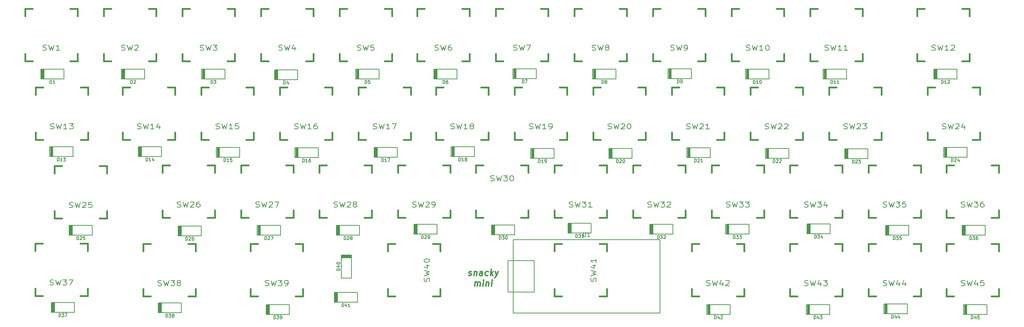
<source format=gbr>
G04 #@! TF.GenerationSoftware,KiCad,Pcbnew,(5.0.1-3-g963ef8bb5)*
G04 #@! TF.CreationDate,2018-12-21T01:17:29-08:00*
G04 #@! TF.ProjectId,snackymini-keyboard,736E61636B796D696E692D6B6579626F,rev?*
G04 #@! TF.SameCoordinates,Original*
G04 #@! TF.FileFunction,Legend,Top*
G04 #@! TF.FilePolarity,Positive*
%FSLAX46Y46*%
G04 Gerber Fmt 4.6, Leading zero omitted, Abs format (unit mm)*
G04 Created by KiCad (PCBNEW (5.0.1-3-g963ef8bb5)) date Friday, December 21, 2018 at 01:17:29 AM*
%MOMM*%
%LPD*%
G01*
G04 APERTURE LIST*
%ADD10C,0.300000*%
%ADD11C,0.200000*%
%ADD12C,0.381000*%
%ADD13C,0.150000*%
%ADD14C,0.203200*%
G04 APERTURE END LIST*
D10*
X140497857Y-96360142D02*
X140631785Y-96431571D01*
X140917500Y-96431571D01*
X141069285Y-96360142D01*
X141158571Y-96217285D01*
X141167500Y-96145857D01*
X141113928Y-96003000D01*
X140980000Y-95931571D01*
X140765714Y-95931571D01*
X140631785Y-95860142D01*
X140578214Y-95717285D01*
X140587142Y-95645857D01*
X140676428Y-95503000D01*
X140828214Y-95431571D01*
X141042500Y-95431571D01*
X141176428Y-95503000D01*
X141899642Y-95431571D02*
X141774642Y-96431571D01*
X141881785Y-95574428D02*
X141962142Y-95503000D01*
X142113928Y-95431571D01*
X142328214Y-95431571D01*
X142462142Y-95503000D01*
X142515714Y-95645857D01*
X142417500Y-96431571D01*
X143774642Y-96431571D02*
X143872857Y-95645857D01*
X143819285Y-95503000D01*
X143685357Y-95431571D01*
X143399642Y-95431571D01*
X143247857Y-95503000D01*
X143783571Y-96360142D02*
X143631785Y-96431571D01*
X143274642Y-96431571D01*
X143140714Y-96360142D01*
X143087142Y-96217285D01*
X143105000Y-96074428D01*
X143194285Y-95931571D01*
X143346071Y-95860142D01*
X143703214Y-95860142D01*
X143855000Y-95788714D01*
X145140714Y-96360142D02*
X144988928Y-96431571D01*
X144703214Y-96431571D01*
X144569285Y-96360142D01*
X144506785Y-96288714D01*
X144453214Y-96145857D01*
X144506785Y-95717285D01*
X144596071Y-95574428D01*
X144676428Y-95503000D01*
X144828214Y-95431571D01*
X145113928Y-95431571D01*
X145247857Y-95503000D01*
X145774642Y-96431571D02*
X145962142Y-94931571D01*
X145988928Y-95860142D02*
X146346071Y-96431571D01*
X146471071Y-95431571D02*
X145828214Y-96003000D01*
X146971071Y-95431571D02*
X147203214Y-96431571D01*
X147685357Y-95431571D02*
X147203214Y-96431571D01*
X147015714Y-96788714D01*
X146935357Y-96860142D01*
X146783571Y-96931571D01*
X141953214Y-98981571D02*
X142078214Y-97981571D01*
X142060357Y-98124428D02*
X142140714Y-98053000D01*
X142292500Y-97981571D01*
X142506785Y-97981571D01*
X142640714Y-98053000D01*
X142694285Y-98195857D01*
X142596071Y-98981571D01*
X142694285Y-98195857D02*
X142783571Y-98053000D01*
X142935357Y-97981571D01*
X143149642Y-97981571D01*
X143283571Y-98053000D01*
X143337142Y-98195857D01*
X143238928Y-98981571D01*
X143953214Y-98981571D02*
X144078214Y-97981571D01*
X144140714Y-97481571D02*
X144060357Y-97553000D01*
X144122857Y-97624428D01*
X144203214Y-97553000D01*
X144140714Y-97481571D01*
X144122857Y-97624428D01*
X144792500Y-97981571D02*
X144667500Y-98981571D01*
X144774642Y-98124428D02*
X144855000Y-98053000D01*
X145006785Y-97981571D01*
X145221071Y-97981571D01*
X145355000Y-98053000D01*
X145408571Y-98195857D01*
X145310357Y-98981571D01*
X146024642Y-98981571D02*
X146149642Y-97981571D01*
X146212142Y-97481571D02*
X146131785Y-97553000D01*
X146194285Y-97624428D01*
X146274642Y-97553000D01*
X146212142Y-97481571D01*
X146194285Y-97624428D01*
D11*
G04 #@! TO.C,D1*
X37549000Y-46425000D02*
X37549000Y-48825000D01*
X37449000Y-46425000D02*
X37449000Y-48825000D01*
X37349000Y-46425000D02*
X37349000Y-48825000D01*
X37174000Y-46425000D02*
X37174000Y-48825000D01*
X36999000Y-46425000D02*
X36999000Y-48825000D01*
X36824000Y-46425000D02*
X36824000Y-48825000D01*
X36824000Y-46425000D02*
X42424000Y-46425000D01*
X42424000Y-46425000D02*
X42424000Y-48825000D01*
X42424000Y-48825000D02*
X36824000Y-48825000D01*
G04 #@! TO.C,D2*
X57107000Y-46425000D02*
X57107000Y-48825000D01*
X57007000Y-46425000D02*
X57007000Y-48825000D01*
X56907000Y-46425000D02*
X56907000Y-48825000D01*
X56732000Y-46425000D02*
X56732000Y-48825000D01*
X56557000Y-46425000D02*
X56557000Y-48825000D01*
X56382000Y-46425000D02*
X56382000Y-48825000D01*
X56382000Y-46425000D02*
X61982000Y-46425000D01*
X61982000Y-46425000D02*
X61982000Y-48825000D01*
X61982000Y-48825000D02*
X56382000Y-48825000D01*
G04 #@! TO.C,D3*
X81413000Y-48825000D02*
X75813000Y-48825000D01*
X81413000Y-46425000D02*
X81413000Y-48825000D01*
X75813000Y-46425000D02*
X81413000Y-46425000D01*
X75813000Y-46425000D02*
X75813000Y-48825000D01*
X75988000Y-46425000D02*
X75988000Y-48825000D01*
X76163000Y-46425000D02*
X76163000Y-48825000D01*
X76338000Y-46425000D02*
X76338000Y-48825000D01*
X76438000Y-46425000D02*
X76438000Y-48825000D01*
X76538000Y-46425000D02*
X76538000Y-48825000D01*
G04 #@! TO.C,D4*
X99066000Y-48952000D02*
X93466000Y-48952000D01*
X99066000Y-46552000D02*
X99066000Y-48952000D01*
X93466000Y-46552000D02*
X99066000Y-46552000D01*
X93466000Y-46552000D02*
X93466000Y-48952000D01*
X93641000Y-46552000D02*
X93641000Y-48952000D01*
X93816000Y-46552000D02*
X93816000Y-48952000D01*
X93991000Y-46552000D02*
X93991000Y-48952000D01*
X94091000Y-46552000D02*
X94091000Y-48952000D01*
X94191000Y-46552000D02*
X94191000Y-48952000D01*
G04 #@! TO.C,D5*
X113876000Y-46425000D02*
X113876000Y-48825000D01*
X113776000Y-46425000D02*
X113776000Y-48825000D01*
X113676000Y-46425000D02*
X113676000Y-48825000D01*
X113501000Y-46425000D02*
X113501000Y-48825000D01*
X113326000Y-46425000D02*
X113326000Y-48825000D01*
X113151000Y-46425000D02*
X113151000Y-48825000D01*
X113151000Y-46425000D02*
X118751000Y-46425000D01*
X118751000Y-46425000D02*
X118751000Y-48825000D01*
X118751000Y-48825000D02*
X113151000Y-48825000D01*
G04 #@! TO.C,D6*
X132799000Y-46425000D02*
X132799000Y-48825000D01*
X132699000Y-46425000D02*
X132699000Y-48825000D01*
X132599000Y-46425000D02*
X132599000Y-48825000D01*
X132424000Y-46425000D02*
X132424000Y-48825000D01*
X132249000Y-46425000D02*
X132249000Y-48825000D01*
X132074000Y-46425000D02*
X132074000Y-48825000D01*
X132074000Y-46425000D02*
X137674000Y-46425000D01*
X137674000Y-46425000D02*
X137674000Y-48825000D01*
X137674000Y-48825000D02*
X132074000Y-48825000D01*
G04 #@! TO.C,D7*
X156851000Y-48698000D02*
X151251000Y-48698000D01*
X156851000Y-46298000D02*
X156851000Y-48698000D01*
X151251000Y-46298000D02*
X156851000Y-46298000D01*
X151251000Y-46298000D02*
X151251000Y-48698000D01*
X151426000Y-46298000D02*
X151426000Y-48698000D01*
X151601000Y-46298000D02*
X151601000Y-48698000D01*
X151776000Y-46298000D02*
X151776000Y-48698000D01*
X151876000Y-46298000D02*
X151876000Y-48698000D01*
X151976000Y-46298000D02*
X151976000Y-48698000D01*
G04 #@! TO.C,D8*
X176155000Y-48825000D02*
X170555000Y-48825000D01*
X176155000Y-46425000D02*
X176155000Y-48825000D01*
X170555000Y-46425000D02*
X176155000Y-46425000D01*
X170555000Y-46425000D02*
X170555000Y-48825000D01*
X170730000Y-46425000D02*
X170730000Y-48825000D01*
X170905000Y-46425000D02*
X170905000Y-48825000D01*
X171080000Y-46425000D02*
X171080000Y-48825000D01*
X171180000Y-46425000D02*
X171180000Y-48825000D01*
X171280000Y-46425000D02*
X171280000Y-48825000D01*
G04 #@! TO.C,D9*
X189568000Y-46298000D02*
X189568000Y-48698000D01*
X189468000Y-46298000D02*
X189468000Y-48698000D01*
X189368000Y-46298000D02*
X189368000Y-48698000D01*
X189193000Y-46298000D02*
X189193000Y-48698000D01*
X189018000Y-46298000D02*
X189018000Y-48698000D01*
X188843000Y-46298000D02*
X188843000Y-48698000D01*
X188843000Y-46298000D02*
X194443000Y-46298000D01*
X194443000Y-46298000D02*
X194443000Y-48698000D01*
X194443000Y-48698000D02*
X188843000Y-48698000D01*
G04 #@! TO.C,D10*
X208364000Y-46425000D02*
X208364000Y-48825000D01*
X208264000Y-46425000D02*
X208264000Y-48825000D01*
X208164000Y-46425000D02*
X208164000Y-48825000D01*
X207989000Y-46425000D02*
X207989000Y-48825000D01*
X207814000Y-46425000D02*
X207814000Y-48825000D01*
X207639000Y-46425000D02*
X207639000Y-48825000D01*
X207639000Y-46425000D02*
X213239000Y-46425000D01*
X213239000Y-46425000D02*
X213239000Y-48825000D01*
X213239000Y-48825000D02*
X207639000Y-48825000D01*
G04 #@! TO.C,D11*
X232035000Y-48825000D02*
X226435000Y-48825000D01*
X232035000Y-46425000D02*
X232035000Y-48825000D01*
X226435000Y-46425000D02*
X232035000Y-46425000D01*
X226435000Y-46425000D02*
X226435000Y-48825000D01*
X226610000Y-46425000D02*
X226610000Y-48825000D01*
X226785000Y-46425000D02*
X226785000Y-48825000D01*
X226960000Y-46425000D02*
X226960000Y-48825000D01*
X227060000Y-46425000D02*
X227060000Y-48825000D01*
X227160000Y-46425000D02*
X227160000Y-48825000D01*
G04 #@! TO.C,D12*
X258832000Y-48825000D02*
X253232000Y-48825000D01*
X258832000Y-46425000D02*
X258832000Y-48825000D01*
X253232000Y-46425000D02*
X258832000Y-46425000D01*
X253232000Y-46425000D02*
X253232000Y-48825000D01*
X253407000Y-46425000D02*
X253407000Y-48825000D01*
X253582000Y-46425000D02*
X253582000Y-48825000D01*
X253757000Y-46425000D02*
X253757000Y-48825000D01*
X253857000Y-46425000D02*
X253857000Y-48825000D01*
X253957000Y-46425000D02*
X253957000Y-48825000D01*
G04 #@! TO.C,D13*
X39708000Y-65221000D02*
X39708000Y-67621000D01*
X39608000Y-65221000D02*
X39608000Y-67621000D01*
X39508000Y-65221000D02*
X39508000Y-67621000D01*
X39333000Y-65221000D02*
X39333000Y-67621000D01*
X39158000Y-65221000D02*
X39158000Y-67621000D01*
X38983000Y-65221000D02*
X38983000Y-67621000D01*
X38983000Y-65221000D02*
X44583000Y-65221000D01*
X44583000Y-65221000D02*
X44583000Y-67621000D01*
X44583000Y-67621000D02*
X38983000Y-67621000D01*
G04 #@! TO.C,D14*
X61171000Y-65221000D02*
X61171000Y-67621000D01*
X61071000Y-65221000D02*
X61071000Y-67621000D01*
X60971000Y-65221000D02*
X60971000Y-67621000D01*
X60796000Y-65221000D02*
X60796000Y-67621000D01*
X60621000Y-65221000D02*
X60621000Y-67621000D01*
X60446000Y-65221000D02*
X60446000Y-67621000D01*
X60446000Y-65221000D02*
X66046000Y-65221000D01*
X66046000Y-65221000D02*
X66046000Y-67621000D01*
X66046000Y-67621000D02*
X60446000Y-67621000D01*
G04 #@! TO.C,D15*
X84969000Y-67748000D02*
X79369000Y-67748000D01*
X84969000Y-65348000D02*
X84969000Y-67748000D01*
X79369000Y-65348000D02*
X84969000Y-65348000D01*
X79369000Y-65348000D02*
X79369000Y-67748000D01*
X79544000Y-65348000D02*
X79544000Y-67748000D01*
X79719000Y-65348000D02*
X79719000Y-67748000D01*
X79894000Y-65348000D02*
X79894000Y-67748000D01*
X79994000Y-65348000D02*
X79994000Y-67748000D01*
X80094000Y-65348000D02*
X80094000Y-67748000D01*
G04 #@! TO.C,D16*
X99144000Y-65475000D02*
X99144000Y-67875000D01*
X99044000Y-65475000D02*
X99044000Y-67875000D01*
X98944000Y-65475000D02*
X98944000Y-67875000D01*
X98769000Y-65475000D02*
X98769000Y-67875000D01*
X98594000Y-65475000D02*
X98594000Y-67875000D01*
X98419000Y-65475000D02*
X98419000Y-67875000D01*
X98419000Y-65475000D02*
X104019000Y-65475000D01*
X104019000Y-65475000D02*
X104019000Y-67875000D01*
X104019000Y-67875000D02*
X98419000Y-67875000D01*
G04 #@! TO.C,D17*
X118321000Y-65348000D02*
X118321000Y-67748000D01*
X118221000Y-65348000D02*
X118221000Y-67748000D01*
X118121000Y-65348000D02*
X118121000Y-67748000D01*
X117946000Y-65348000D02*
X117946000Y-67748000D01*
X117771000Y-65348000D02*
X117771000Y-67748000D01*
X117596000Y-65348000D02*
X117596000Y-67748000D01*
X117596000Y-65348000D02*
X123196000Y-65348000D01*
X123196000Y-65348000D02*
X123196000Y-67748000D01*
X123196000Y-67748000D02*
X117596000Y-67748000D01*
G04 #@! TO.C,D18*
X141865000Y-67621000D02*
X136265000Y-67621000D01*
X141865000Y-65221000D02*
X141865000Y-67621000D01*
X136265000Y-65221000D02*
X141865000Y-65221000D01*
X136265000Y-65221000D02*
X136265000Y-67621000D01*
X136440000Y-65221000D02*
X136440000Y-67621000D01*
X136615000Y-65221000D02*
X136615000Y-67621000D01*
X136790000Y-65221000D02*
X136790000Y-67621000D01*
X136890000Y-65221000D02*
X136890000Y-67621000D01*
X136990000Y-65221000D02*
X136990000Y-67621000D01*
G04 #@! TO.C,D19*
X161169000Y-68002000D02*
X155569000Y-68002000D01*
X161169000Y-65602000D02*
X161169000Y-68002000D01*
X155569000Y-65602000D02*
X161169000Y-65602000D01*
X155569000Y-65602000D02*
X155569000Y-68002000D01*
X155744000Y-65602000D02*
X155744000Y-68002000D01*
X155919000Y-65602000D02*
X155919000Y-68002000D01*
X156094000Y-65602000D02*
X156094000Y-68002000D01*
X156194000Y-65602000D02*
X156194000Y-68002000D01*
X156294000Y-65602000D02*
X156294000Y-68002000D01*
G04 #@! TO.C,D20*
X175217000Y-65602000D02*
X175217000Y-68002000D01*
X175117000Y-65602000D02*
X175117000Y-68002000D01*
X175017000Y-65602000D02*
X175017000Y-68002000D01*
X174842000Y-65602000D02*
X174842000Y-68002000D01*
X174667000Y-65602000D02*
X174667000Y-68002000D01*
X174492000Y-65602000D02*
X174492000Y-68002000D01*
X174492000Y-65602000D02*
X180092000Y-65602000D01*
X180092000Y-65602000D02*
X180092000Y-68002000D01*
X180092000Y-68002000D02*
X174492000Y-68002000D01*
G04 #@! TO.C,D21*
X194140000Y-65475000D02*
X194140000Y-67875000D01*
X194040000Y-65475000D02*
X194040000Y-67875000D01*
X193940000Y-65475000D02*
X193940000Y-67875000D01*
X193765000Y-65475000D02*
X193765000Y-67875000D01*
X193590000Y-65475000D02*
X193590000Y-67875000D01*
X193415000Y-65475000D02*
X193415000Y-67875000D01*
X193415000Y-65475000D02*
X199015000Y-65475000D01*
X199015000Y-65475000D02*
X199015000Y-67875000D01*
X199015000Y-67875000D02*
X193415000Y-67875000D01*
G04 #@! TO.C,D22*
X218065000Y-68002000D02*
X212465000Y-68002000D01*
X218065000Y-65602000D02*
X218065000Y-68002000D01*
X212465000Y-65602000D02*
X218065000Y-65602000D01*
X212465000Y-65602000D02*
X212465000Y-68002000D01*
X212640000Y-65602000D02*
X212640000Y-68002000D01*
X212815000Y-65602000D02*
X212815000Y-68002000D01*
X212990000Y-65602000D02*
X212990000Y-68002000D01*
X213090000Y-65602000D02*
X213090000Y-68002000D01*
X213190000Y-65602000D02*
X213190000Y-68002000D01*
G04 #@! TO.C,D23*
X232367000Y-65729000D02*
X232367000Y-68129000D01*
X232267000Y-65729000D02*
X232267000Y-68129000D01*
X232167000Y-65729000D02*
X232167000Y-68129000D01*
X231992000Y-65729000D02*
X231992000Y-68129000D01*
X231817000Y-65729000D02*
X231817000Y-68129000D01*
X231642000Y-65729000D02*
X231642000Y-68129000D01*
X231642000Y-65729000D02*
X237242000Y-65729000D01*
X237242000Y-65729000D02*
X237242000Y-68129000D01*
X237242000Y-68129000D02*
X231642000Y-68129000D01*
G04 #@! TO.C,D24*
X256370000Y-65348000D02*
X256370000Y-67748000D01*
X256270000Y-65348000D02*
X256270000Y-67748000D01*
X256170000Y-65348000D02*
X256170000Y-67748000D01*
X255995000Y-65348000D02*
X255995000Y-67748000D01*
X255820000Y-65348000D02*
X255820000Y-67748000D01*
X255645000Y-65348000D02*
X255645000Y-67748000D01*
X255645000Y-65348000D02*
X261245000Y-65348000D01*
X261245000Y-65348000D02*
X261245000Y-67748000D01*
X261245000Y-67748000D02*
X255645000Y-67748000D01*
G04 #@! TO.C,D25*
X49282000Y-86671000D02*
X43682000Y-86671000D01*
X49282000Y-84271000D02*
X49282000Y-86671000D01*
X43682000Y-84271000D02*
X49282000Y-84271000D01*
X43682000Y-84271000D02*
X43682000Y-86671000D01*
X43857000Y-84271000D02*
X43857000Y-86671000D01*
X44032000Y-84271000D02*
X44032000Y-86671000D01*
X44207000Y-84271000D02*
X44207000Y-86671000D01*
X44307000Y-84271000D02*
X44307000Y-86671000D01*
X44407000Y-84271000D02*
X44407000Y-86671000D01*
G04 #@! TO.C,D26*
X75698000Y-86798000D02*
X70098000Y-86798000D01*
X75698000Y-84398000D02*
X75698000Y-86798000D01*
X70098000Y-84398000D02*
X75698000Y-84398000D01*
X70098000Y-84398000D02*
X70098000Y-86798000D01*
X70273000Y-84398000D02*
X70273000Y-86798000D01*
X70448000Y-84398000D02*
X70448000Y-86798000D01*
X70623000Y-84398000D02*
X70623000Y-86798000D01*
X70723000Y-84398000D02*
X70723000Y-86798000D01*
X70823000Y-84398000D02*
X70823000Y-86798000D01*
G04 #@! TO.C,D27*
X90000000Y-84271000D02*
X90000000Y-86671000D01*
X89900000Y-84271000D02*
X89900000Y-86671000D01*
X89800000Y-84271000D02*
X89800000Y-86671000D01*
X89625000Y-84271000D02*
X89625000Y-86671000D01*
X89450000Y-84271000D02*
X89450000Y-86671000D01*
X89275000Y-84271000D02*
X89275000Y-86671000D01*
X89275000Y-84271000D02*
X94875000Y-84271000D01*
X94875000Y-84271000D02*
X94875000Y-86671000D01*
X94875000Y-86671000D02*
X89275000Y-86671000D01*
G04 #@! TO.C,D28*
X109177000Y-84271000D02*
X109177000Y-86671000D01*
X109077000Y-84271000D02*
X109077000Y-86671000D01*
X108977000Y-84271000D02*
X108977000Y-86671000D01*
X108802000Y-84271000D02*
X108802000Y-86671000D01*
X108627000Y-84271000D02*
X108627000Y-86671000D01*
X108452000Y-84271000D02*
X108452000Y-86671000D01*
X108452000Y-84271000D02*
X114052000Y-84271000D01*
X114052000Y-84271000D02*
X114052000Y-86671000D01*
X114052000Y-86671000D02*
X108452000Y-86671000D01*
G04 #@! TO.C,D29*
X132848000Y-86417000D02*
X127248000Y-86417000D01*
X132848000Y-84017000D02*
X132848000Y-86417000D01*
X127248000Y-84017000D02*
X132848000Y-84017000D01*
X127248000Y-84017000D02*
X127248000Y-86417000D01*
X127423000Y-84017000D02*
X127423000Y-86417000D01*
X127598000Y-84017000D02*
X127598000Y-86417000D01*
X127773000Y-84017000D02*
X127773000Y-86417000D01*
X127873000Y-84017000D02*
X127873000Y-86417000D01*
X127973000Y-84017000D02*
X127973000Y-86417000D01*
G04 #@! TO.C,D30*
X146769000Y-84144000D02*
X146769000Y-86544000D01*
X146669000Y-84144000D02*
X146669000Y-86544000D01*
X146569000Y-84144000D02*
X146569000Y-86544000D01*
X146394000Y-84144000D02*
X146394000Y-86544000D01*
X146219000Y-84144000D02*
X146219000Y-86544000D01*
X146044000Y-84144000D02*
X146044000Y-86544000D01*
X146044000Y-84144000D02*
X151644000Y-84144000D01*
X151644000Y-84144000D02*
X151644000Y-86544000D01*
X151644000Y-86544000D02*
X146044000Y-86544000D01*
G04 #@! TO.C,D31*
X165311000Y-83763000D02*
X165311000Y-86163000D01*
X165211000Y-83763000D02*
X165211000Y-86163000D01*
X165111000Y-83763000D02*
X165111000Y-86163000D01*
X164936000Y-83763000D02*
X164936000Y-86163000D01*
X164761000Y-83763000D02*
X164761000Y-86163000D01*
X164586000Y-83763000D02*
X164586000Y-86163000D01*
X164586000Y-83763000D02*
X170186000Y-83763000D01*
X170186000Y-83763000D02*
X170186000Y-86163000D01*
X170186000Y-86163000D02*
X164586000Y-86163000D01*
G04 #@! TO.C,D32*
X189998000Y-86417000D02*
X184398000Y-86417000D01*
X189998000Y-84017000D02*
X189998000Y-86417000D01*
X184398000Y-84017000D02*
X189998000Y-84017000D01*
X184398000Y-84017000D02*
X184398000Y-86417000D01*
X184573000Y-84017000D02*
X184573000Y-86417000D01*
X184748000Y-84017000D02*
X184748000Y-86417000D01*
X184923000Y-84017000D02*
X184923000Y-86417000D01*
X185023000Y-84017000D02*
X185023000Y-86417000D01*
X185123000Y-84017000D02*
X185123000Y-86417000D01*
G04 #@! TO.C,D33*
X208413000Y-86417000D02*
X202813000Y-86417000D01*
X208413000Y-84017000D02*
X208413000Y-86417000D01*
X202813000Y-84017000D02*
X208413000Y-84017000D01*
X202813000Y-84017000D02*
X202813000Y-86417000D01*
X202988000Y-84017000D02*
X202988000Y-86417000D01*
X203163000Y-84017000D02*
X203163000Y-86417000D01*
X203338000Y-84017000D02*
X203338000Y-86417000D01*
X203438000Y-84017000D02*
X203438000Y-86417000D01*
X203538000Y-84017000D02*
X203538000Y-86417000D01*
G04 #@! TO.C,D34*
X223223000Y-83890000D02*
X223223000Y-86290000D01*
X223123000Y-83890000D02*
X223123000Y-86290000D01*
X223023000Y-83890000D02*
X223023000Y-86290000D01*
X222848000Y-83890000D02*
X222848000Y-86290000D01*
X222673000Y-83890000D02*
X222673000Y-86290000D01*
X222498000Y-83890000D02*
X222498000Y-86290000D01*
X222498000Y-83890000D02*
X228098000Y-83890000D01*
X228098000Y-83890000D02*
X228098000Y-86290000D01*
X228098000Y-86290000D02*
X222498000Y-86290000D01*
G04 #@! TO.C,D35*
X242273000Y-84271000D02*
X242273000Y-86671000D01*
X242173000Y-84271000D02*
X242173000Y-86671000D01*
X242073000Y-84271000D02*
X242073000Y-86671000D01*
X241898000Y-84271000D02*
X241898000Y-86671000D01*
X241723000Y-84271000D02*
X241723000Y-86671000D01*
X241548000Y-84271000D02*
X241548000Y-86671000D01*
X241548000Y-84271000D02*
X247148000Y-84271000D01*
X247148000Y-84271000D02*
X247148000Y-86671000D01*
X247148000Y-86671000D02*
X241548000Y-86671000D01*
G04 #@! TO.C,D36*
X265690000Y-86671000D02*
X260090000Y-86671000D01*
X265690000Y-84271000D02*
X265690000Y-86671000D01*
X260090000Y-84271000D02*
X265690000Y-84271000D01*
X260090000Y-84271000D02*
X260090000Y-86671000D01*
X260265000Y-84271000D02*
X260265000Y-86671000D01*
X260440000Y-84271000D02*
X260440000Y-86671000D01*
X260615000Y-84271000D02*
X260615000Y-86671000D01*
X260715000Y-84271000D02*
X260715000Y-86671000D01*
X260815000Y-84271000D02*
X260815000Y-86671000D01*
G04 #@! TO.C,D37*
X44964000Y-105340000D02*
X39364000Y-105340000D01*
X44964000Y-102940000D02*
X44964000Y-105340000D01*
X39364000Y-102940000D02*
X44964000Y-102940000D01*
X39364000Y-102940000D02*
X39364000Y-105340000D01*
X39539000Y-102940000D02*
X39539000Y-105340000D01*
X39714000Y-102940000D02*
X39714000Y-105340000D01*
X39889000Y-102940000D02*
X39889000Y-105340000D01*
X39989000Y-102940000D02*
X39989000Y-105340000D01*
X40089000Y-102940000D02*
X40089000Y-105340000D01*
G04 #@! TO.C,D38*
X65997000Y-103067000D02*
X65997000Y-105467000D01*
X65897000Y-103067000D02*
X65897000Y-105467000D01*
X65797000Y-103067000D02*
X65797000Y-105467000D01*
X65622000Y-103067000D02*
X65622000Y-105467000D01*
X65447000Y-103067000D02*
X65447000Y-105467000D01*
X65272000Y-103067000D02*
X65272000Y-105467000D01*
X65272000Y-103067000D02*
X70872000Y-103067000D01*
X70872000Y-103067000D02*
X70872000Y-105467000D01*
X70872000Y-105467000D02*
X65272000Y-105467000D01*
G04 #@! TO.C,D39*
X92159000Y-103448000D02*
X92159000Y-105848000D01*
X92059000Y-103448000D02*
X92059000Y-105848000D01*
X91959000Y-103448000D02*
X91959000Y-105848000D01*
X91784000Y-103448000D02*
X91784000Y-105848000D01*
X91609000Y-103448000D02*
X91609000Y-105848000D01*
X91434000Y-103448000D02*
X91434000Y-105848000D01*
X91434000Y-103448000D02*
X97034000Y-103448000D01*
X97034000Y-103448000D02*
X97034000Y-105848000D01*
X97034000Y-105848000D02*
X91434000Y-105848000D01*
G04 #@! TO.C,D40*
X109671000Y-97034000D02*
X109671000Y-91434000D01*
X112071000Y-97034000D02*
X109671000Y-97034000D01*
X112071000Y-91434000D02*
X112071000Y-97034000D01*
X112071000Y-91434000D02*
X109671000Y-91434000D01*
X112071000Y-91609000D02*
X109671000Y-91609000D01*
X112071000Y-91784000D02*
X109671000Y-91784000D01*
X112071000Y-91959000D02*
X109671000Y-91959000D01*
X112071000Y-92059000D02*
X109671000Y-92059000D01*
X112071000Y-92159000D02*
X109671000Y-92159000D01*
G04 #@! TO.C,D41*
X113544000Y-102927000D02*
X107944000Y-102927000D01*
X113544000Y-100527000D02*
X113544000Y-102927000D01*
X107944000Y-100527000D02*
X113544000Y-100527000D01*
X107944000Y-100527000D02*
X107944000Y-102927000D01*
X108119000Y-100527000D02*
X108119000Y-102927000D01*
X108294000Y-100527000D02*
X108294000Y-102927000D01*
X108469000Y-100527000D02*
X108469000Y-102927000D01*
X108569000Y-100527000D02*
X108569000Y-102927000D01*
X108669000Y-100527000D02*
X108669000Y-102927000D01*
G04 #@! TO.C,D42*
X198966000Y-103448000D02*
X198966000Y-105848000D01*
X198866000Y-103448000D02*
X198866000Y-105848000D01*
X198766000Y-103448000D02*
X198766000Y-105848000D01*
X198591000Y-103448000D02*
X198591000Y-105848000D01*
X198416000Y-103448000D02*
X198416000Y-105848000D01*
X198241000Y-103448000D02*
X198241000Y-105848000D01*
X198241000Y-103448000D02*
X203841000Y-103448000D01*
X203841000Y-103448000D02*
X203841000Y-105848000D01*
X203841000Y-105848000D02*
X198241000Y-105848000D01*
G04 #@! TO.C,D43*
X227971000Y-105848000D02*
X222371000Y-105848000D01*
X227971000Y-103448000D02*
X227971000Y-105848000D01*
X222371000Y-103448000D02*
X227971000Y-103448000D01*
X222371000Y-103448000D02*
X222371000Y-105848000D01*
X222546000Y-103448000D02*
X222546000Y-105848000D01*
X222721000Y-103448000D02*
X222721000Y-105848000D01*
X222896000Y-103448000D02*
X222896000Y-105848000D01*
X222996000Y-103448000D02*
X222996000Y-105848000D01*
X223096000Y-103448000D02*
X223096000Y-105848000D01*
G04 #@! TO.C,D44*
X246767000Y-105721000D02*
X241167000Y-105721000D01*
X246767000Y-103321000D02*
X246767000Y-105721000D01*
X241167000Y-103321000D02*
X246767000Y-103321000D01*
X241167000Y-103321000D02*
X241167000Y-105721000D01*
X241342000Y-103321000D02*
X241342000Y-105721000D01*
X241517000Y-103321000D02*
X241517000Y-105721000D01*
X241692000Y-103321000D02*
X241692000Y-105721000D01*
X241792000Y-103321000D02*
X241792000Y-105721000D01*
X241892000Y-103321000D02*
X241892000Y-105721000D01*
G04 #@! TO.C,D45*
X266071000Y-105848000D02*
X260471000Y-105848000D01*
X266071000Y-103448000D02*
X266071000Y-105848000D01*
X260471000Y-103448000D02*
X266071000Y-103448000D01*
X260471000Y-103448000D02*
X260471000Y-105848000D01*
X260646000Y-103448000D02*
X260646000Y-105848000D01*
X260821000Y-103448000D02*
X260821000Y-105848000D01*
X260996000Y-103448000D02*
X260996000Y-105848000D01*
X261096000Y-103448000D02*
X261096000Y-105848000D01*
X261196000Y-103448000D02*
X261196000Y-105848000D01*
D12*
G04 #@! TO.C,SW1*
X33020000Y-31750000D02*
X34798000Y-31750000D01*
X43942000Y-31750000D02*
X45720000Y-31750000D01*
X45720000Y-31750000D02*
X45720000Y-33528000D01*
X45720000Y-42672000D02*
X45720000Y-44450000D01*
X45720000Y-44450000D02*
X43942000Y-44450000D01*
X34798000Y-44450000D02*
X33020000Y-44450000D01*
X33020000Y-44450000D02*
X33020000Y-42672000D01*
X33020000Y-33528000D02*
X33020000Y-31750000D01*
G04 #@! TO.C,SW2*
X52070000Y-33528000D02*
X52070000Y-31750000D01*
X52070000Y-44450000D02*
X52070000Y-42672000D01*
X53848000Y-44450000D02*
X52070000Y-44450000D01*
X64770000Y-44450000D02*
X62992000Y-44450000D01*
X64770000Y-42672000D02*
X64770000Y-44450000D01*
X64770000Y-31750000D02*
X64770000Y-33528000D01*
X62992000Y-31750000D02*
X64770000Y-31750000D01*
X52070000Y-31750000D02*
X53848000Y-31750000D01*
G04 #@! TO.C,SW3*
X71120000Y-31750000D02*
X72898000Y-31750000D01*
X82042000Y-31750000D02*
X83820000Y-31750000D01*
X83820000Y-31750000D02*
X83820000Y-33528000D01*
X83820000Y-42672000D02*
X83820000Y-44450000D01*
X83820000Y-44450000D02*
X82042000Y-44450000D01*
X72898000Y-44450000D02*
X71120000Y-44450000D01*
X71120000Y-44450000D02*
X71120000Y-42672000D01*
X71120000Y-33528000D02*
X71120000Y-31750000D01*
G04 #@! TO.C,SW4*
X90170000Y-31750000D02*
X91948000Y-31750000D01*
X101092000Y-31750000D02*
X102870000Y-31750000D01*
X102870000Y-31750000D02*
X102870000Y-33528000D01*
X102870000Y-42672000D02*
X102870000Y-44450000D01*
X102870000Y-44450000D02*
X101092000Y-44450000D01*
X91948000Y-44450000D02*
X90170000Y-44450000D01*
X90170000Y-44450000D02*
X90170000Y-42672000D01*
X90170000Y-33528000D02*
X90170000Y-31750000D01*
G04 #@! TO.C,SW5*
X109220000Y-31750000D02*
X110998000Y-31750000D01*
X120142000Y-31750000D02*
X121920000Y-31750000D01*
X121920000Y-31750000D02*
X121920000Y-33528000D01*
X121920000Y-42672000D02*
X121920000Y-44450000D01*
X121920000Y-44450000D02*
X120142000Y-44450000D01*
X110998000Y-44450000D02*
X109220000Y-44450000D01*
X109220000Y-44450000D02*
X109220000Y-42672000D01*
X109220000Y-33528000D02*
X109220000Y-31750000D01*
G04 #@! TO.C,SW6*
X128016000Y-33528000D02*
X128016000Y-31750000D01*
X128016000Y-44450000D02*
X128016000Y-42672000D01*
X129794000Y-44450000D02*
X128016000Y-44450000D01*
X140716000Y-44450000D02*
X138938000Y-44450000D01*
X140716000Y-42672000D02*
X140716000Y-44450000D01*
X140716000Y-31750000D02*
X140716000Y-33528000D01*
X138938000Y-31750000D02*
X140716000Y-31750000D01*
X128016000Y-31750000D02*
X129794000Y-31750000D01*
G04 #@! TO.C,SW7*
X147066000Y-31750000D02*
X148844000Y-31750000D01*
X157988000Y-31750000D02*
X159766000Y-31750000D01*
X159766000Y-31750000D02*
X159766000Y-33528000D01*
X159766000Y-42672000D02*
X159766000Y-44450000D01*
X159766000Y-44450000D02*
X157988000Y-44450000D01*
X148844000Y-44450000D02*
X147066000Y-44450000D01*
X147066000Y-44450000D02*
X147066000Y-42672000D01*
X147066000Y-33528000D02*
X147066000Y-31750000D01*
G04 #@! TO.C,SW8*
X166116000Y-31750000D02*
X167894000Y-31750000D01*
X177038000Y-31750000D02*
X178816000Y-31750000D01*
X178816000Y-31750000D02*
X178816000Y-33528000D01*
X178816000Y-42672000D02*
X178816000Y-44450000D01*
X178816000Y-44450000D02*
X177038000Y-44450000D01*
X167894000Y-44450000D02*
X166116000Y-44450000D01*
X166116000Y-44450000D02*
X166116000Y-42672000D01*
X166116000Y-33528000D02*
X166116000Y-31750000D01*
G04 #@! TO.C,SW9*
X185166000Y-33528000D02*
X185166000Y-31750000D01*
X185166000Y-44450000D02*
X185166000Y-42672000D01*
X186944000Y-44450000D02*
X185166000Y-44450000D01*
X197866000Y-44450000D02*
X196088000Y-44450000D01*
X197866000Y-42672000D02*
X197866000Y-44450000D01*
X197866000Y-31750000D02*
X197866000Y-33528000D01*
X196088000Y-31750000D02*
X197866000Y-31750000D01*
X185166000Y-31750000D02*
X186944000Y-31750000D01*
G04 #@! TO.C,SW10*
X204216000Y-33528000D02*
X204216000Y-31750000D01*
X204216000Y-44450000D02*
X204216000Y-42672000D01*
X205994000Y-44450000D02*
X204216000Y-44450000D01*
X216916000Y-44450000D02*
X215138000Y-44450000D01*
X216916000Y-42672000D02*
X216916000Y-44450000D01*
X216916000Y-31750000D02*
X216916000Y-33528000D01*
X215138000Y-31750000D02*
X216916000Y-31750000D01*
X204216000Y-31750000D02*
X205994000Y-31750000D01*
G04 #@! TO.C,SW11*
X223266000Y-31750000D02*
X225044000Y-31750000D01*
X234188000Y-31750000D02*
X235966000Y-31750000D01*
X235966000Y-31750000D02*
X235966000Y-33528000D01*
X235966000Y-42672000D02*
X235966000Y-44450000D01*
X235966000Y-44450000D02*
X234188000Y-44450000D01*
X225044000Y-44450000D02*
X223266000Y-44450000D01*
X223266000Y-44450000D02*
X223266000Y-42672000D01*
X223266000Y-33528000D02*
X223266000Y-31750000D01*
G04 #@! TO.C,SW12*
X249174000Y-31750000D02*
X250952000Y-31750000D01*
X260096000Y-31750000D02*
X261874000Y-31750000D01*
X261874000Y-31750000D02*
X261874000Y-33528000D01*
X261874000Y-42672000D02*
X261874000Y-44450000D01*
X261874000Y-44450000D02*
X260096000Y-44450000D01*
X250952000Y-44450000D02*
X249174000Y-44450000D01*
X249174000Y-44450000D02*
X249174000Y-42672000D01*
X249174000Y-33528000D02*
X249174000Y-31750000D01*
G04 #@! TO.C,SW13*
X35560000Y-52578000D02*
X35560000Y-50800000D01*
X35560000Y-63500000D02*
X35560000Y-61722000D01*
X37338000Y-63500000D02*
X35560000Y-63500000D01*
X48260000Y-63500000D02*
X46482000Y-63500000D01*
X48260000Y-61722000D02*
X48260000Y-63500000D01*
X48260000Y-50800000D02*
X48260000Y-52578000D01*
X46482000Y-50800000D02*
X48260000Y-50800000D01*
X35560000Y-50800000D02*
X37338000Y-50800000D01*
G04 #@! TO.C,SW14*
X56642000Y-52578000D02*
X56642000Y-50800000D01*
X56642000Y-63500000D02*
X56642000Y-61722000D01*
X58420000Y-63500000D02*
X56642000Y-63500000D01*
X69342000Y-63500000D02*
X67564000Y-63500000D01*
X69342000Y-61722000D02*
X69342000Y-63500000D01*
X69342000Y-50800000D02*
X69342000Y-52578000D01*
X67564000Y-50800000D02*
X69342000Y-50800000D01*
X56642000Y-50800000D02*
X58420000Y-50800000D01*
G04 #@! TO.C,SW15*
X75692000Y-50800000D02*
X77470000Y-50800000D01*
X86614000Y-50800000D02*
X88392000Y-50800000D01*
X88392000Y-50800000D02*
X88392000Y-52578000D01*
X88392000Y-61722000D02*
X88392000Y-63500000D01*
X88392000Y-63500000D02*
X86614000Y-63500000D01*
X77470000Y-63500000D02*
X75692000Y-63500000D01*
X75692000Y-63500000D02*
X75692000Y-61722000D01*
X75692000Y-52578000D02*
X75692000Y-50800000D01*
G04 #@! TO.C,SW16*
X94742000Y-52578000D02*
X94742000Y-50800000D01*
X94742000Y-63500000D02*
X94742000Y-61722000D01*
X96520000Y-63500000D02*
X94742000Y-63500000D01*
X107442000Y-63500000D02*
X105664000Y-63500000D01*
X107442000Y-61722000D02*
X107442000Y-63500000D01*
X107442000Y-50800000D02*
X107442000Y-52578000D01*
X105664000Y-50800000D02*
X107442000Y-50800000D01*
X94742000Y-50800000D02*
X96520000Y-50800000D01*
G04 #@! TO.C,SW17*
X113792000Y-52578000D02*
X113792000Y-50800000D01*
X113792000Y-63500000D02*
X113792000Y-61722000D01*
X115570000Y-63500000D02*
X113792000Y-63500000D01*
X126492000Y-63500000D02*
X124714000Y-63500000D01*
X126492000Y-61722000D02*
X126492000Y-63500000D01*
X126492000Y-50800000D02*
X126492000Y-52578000D01*
X124714000Y-50800000D02*
X126492000Y-50800000D01*
X113792000Y-50800000D02*
X115570000Y-50800000D01*
G04 #@! TO.C,SW18*
X132588000Y-50800000D02*
X134366000Y-50800000D01*
X143510000Y-50800000D02*
X145288000Y-50800000D01*
X145288000Y-50800000D02*
X145288000Y-52578000D01*
X145288000Y-61722000D02*
X145288000Y-63500000D01*
X145288000Y-63500000D02*
X143510000Y-63500000D01*
X134366000Y-63500000D02*
X132588000Y-63500000D01*
X132588000Y-63500000D02*
X132588000Y-61722000D01*
X132588000Y-52578000D02*
X132588000Y-50800000D01*
G04 #@! TO.C,SW19*
X151638000Y-50800000D02*
X153416000Y-50800000D01*
X162560000Y-50800000D02*
X164338000Y-50800000D01*
X164338000Y-50800000D02*
X164338000Y-52578000D01*
X164338000Y-61722000D02*
X164338000Y-63500000D01*
X164338000Y-63500000D02*
X162560000Y-63500000D01*
X153416000Y-63500000D02*
X151638000Y-63500000D01*
X151638000Y-63500000D02*
X151638000Y-61722000D01*
X151638000Y-52578000D02*
X151638000Y-50800000D01*
G04 #@! TO.C,SW20*
X170688000Y-52578000D02*
X170688000Y-50800000D01*
X170688000Y-63500000D02*
X170688000Y-61722000D01*
X172466000Y-63500000D02*
X170688000Y-63500000D01*
X183388000Y-63500000D02*
X181610000Y-63500000D01*
X183388000Y-61722000D02*
X183388000Y-63500000D01*
X183388000Y-50800000D02*
X183388000Y-52578000D01*
X181610000Y-50800000D02*
X183388000Y-50800000D01*
X170688000Y-50800000D02*
X172466000Y-50800000D01*
G04 #@! TO.C,SW21*
X189738000Y-52578000D02*
X189738000Y-50800000D01*
X189738000Y-63500000D02*
X189738000Y-61722000D01*
X191516000Y-63500000D02*
X189738000Y-63500000D01*
X202438000Y-63500000D02*
X200660000Y-63500000D01*
X202438000Y-61722000D02*
X202438000Y-63500000D01*
X202438000Y-50800000D02*
X202438000Y-52578000D01*
X200660000Y-50800000D02*
X202438000Y-50800000D01*
X189738000Y-50800000D02*
X191516000Y-50800000D01*
G04 #@! TO.C,SW22*
X208788000Y-50800000D02*
X210566000Y-50800000D01*
X219710000Y-50800000D02*
X221488000Y-50800000D01*
X221488000Y-50800000D02*
X221488000Y-52578000D01*
X221488000Y-61722000D02*
X221488000Y-63500000D01*
X221488000Y-63500000D02*
X219710000Y-63500000D01*
X210566000Y-63500000D02*
X208788000Y-63500000D01*
X208788000Y-63500000D02*
X208788000Y-61722000D01*
X208788000Y-52578000D02*
X208788000Y-50800000D01*
G04 #@! TO.C,SW23*
X227838000Y-52578000D02*
X227838000Y-50800000D01*
X227838000Y-63500000D02*
X227838000Y-61722000D01*
X229616000Y-63500000D02*
X227838000Y-63500000D01*
X240538000Y-63500000D02*
X238760000Y-63500000D01*
X240538000Y-61722000D02*
X240538000Y-63500000D01*
X240538000Y-50800000D02*
X240538000Y-52578000D01*
X238760000Y-50800000D02*
X240538000Y-50800000D01*
X227838000Y-50800000D02*
X229616000Y-50800000D01*
G04 #@! TO.C,SW24*
X251714000Y-52578000D02*
X251714000Y-50800000D01*
X251714000Y-63500000D02*
X251714000Y-61722000D01*
X253492000Y-63500000D02*
X251714000Y-63500000D01*
X264414000Y-63500000D02*
X262636000Y-63500000D01*
X264414000Y-61722000D02*
X264414000Y-63500000D01*
X264414000Y-50800000D02*
X264414000Y-52578000D01*
X262636000Y-50800000D02*
X264414000Y-50800000D01*
X251714000Y-50800000D02*
X253492000Y-50800000D01*
G04 #@! TO.C,SW25*
X40132000Y-69850000D02*
X41910000Y-69850000D01*
X51054000Y-69850000D02*
X52832000Y-69850000D01*
X52832000Y-69850000D02*
X52832000Y-71628000D01*
X52832000Y-80772000D02*
X52832000Y-82550000D01*
X52832000Y-82550000D02*
X51054000Y-82550000D01*
X41910000Y-82550000D02*
X40132000Y-82550000D01*
X40132000Y-82550000D02*
X40132000Y-80772000D01*
X40132000Y-71628000D02*
X40132000Y-69850000D01*
G04 #@! TO.C,SW26*
X66294000Y-69723000D02*
X68072000Y-69723000D01*
X77216000Y-69723000D02*
X78994000Y-69723000D01*
X78994000Y-69723000D02*
X78994000Y-71501000D01*
X78994000Y-80645000D02*
X78994000Y-82423000D01*
X78994000Y-82423000D02*
X77216000Y-82423000D01*
X68072000Y-82423000D02*
X66294000Y-82423000D01*
X66294000Y-82423000D02*
X66294000Y-80645000D01*
X66294000Y-71501000D02*
X66294000Y-69723000D01*
G04 #@! TO.C,SW27*
X85344000Y-71501000D02*
X85344000Y-69723000D01*
X85344000Y-82423000D02*
X85344000Y-80645000D01*
X87122000Y-82423000D02*
X85344000Y-82423000D01*
X98044000Y-82423000D02*
X96266000Y-82423000D01*
X98044000Y-80645000D02*
X98044000Y-82423000D01*
X98044000Y-69723000D02*
X98044000Y-71501000D01*
X96266000Y-69723000D02*
X98044000Y-69723000D01*
X85344000Y-69723000D02*
X87122000Y-69723000D01*
G04 #@! TO.C,SW28*
X104267000Y-71501000D02*
X104267000Y-69723000D01*
X104267000Y-82423000D02*
X104267000Y-80645000D01*
X106045000Y-82423000D02*
X104267000Y-82423000D01*
X116967000Y-82423000D02*
X115189000Y-82423000D01*
X116967000Y-80645000D02*
X116967000Y-82423000D01*
X116967000Y-69723000D02*
X116967000Y-71501000D01*
X115189000Y-69723000D02*
X116967000Y-69723000D01*
X104267000Y-69723000D02*
X106045000Y-69723000D01*
G04 #@! TO.C,SW29*
X123317000Y-69723000D02*
X125095000Y-69723000D01*
X134239000Y-69723000D02*
X136017000Y-69723000D01*
X136017000Y-69723000D02*
X136017000Y-71501000D01*
X136017000Y-80645000D02*
X136017000Y-82423000D01*
X136017000Y-82423000D02*
X134239000Y-82423000D01*
X125095000Y-82423000D02*
X123317000Y-82423000D01*
X123317000Y-82423000D02*
X123317000Y-80645000D01*
X123317000Y-71501000D02*
X123317000Y-69723000D01*
G04 #@! TO.C,SW30*
X154940000Y-80645000D02*
X154940000Y-82423000D01*
X154940000Y-69723000D02*
X154940000Y-71501000D01*
X153162000Y-69723000D02*
X154940000Y-69723000D01*
X142240000Y-69723000D02*
X144018000Y-69723000D01*
X142240000Y-71501000D02*
X142240000Y-69723000D01*
X142240000Y-82423000D02*
X142240000Y-80645000D01*
X144018000Y-82423000D02*
X142240000Y-82423000D01*
X154940000Y-82423000D02*
X153162000Y-82423000D01*
G04 #@! TO.C,SW31*
X161290000Y-71501000D02*
X161290000Y-69723000D01*
X161290000Y-82423000D02*
X161290000Y-80645000D01*
X163068000Y-82423000D02*
X161290000Y-82423000D01*
X173990000Y-82423000D02*
X172212000Y-82423000D01*
X173990000Y-80645000D02*
X173990000Y-82423000D01*
X173990000Y-69723000D02*
X173990000Y-71501000D01*
X172212000Y-69723000D02*
X173990000Y-69723000D01*
X161290000Y-69723000D02*
X163068000Y-69723000D01*
G04 #@! TO.C,SW32*
X180340000Y-69723000D02*
X182118000Y-69723000D01*
X191262000Y-69723000D02*
X193040000Y-69723000D01*
X193040000Y-69723000D02*
X193040000Y-71501000D01*
X193040000Y-80645000D02*
X193040000Y-82423000D01*
X193040000Y-82423000D02*
X191262000Y-82423000D01*
X182118000Y-82423000D02*
X180340000Y-82423000D01*
X180340000Y-82423000D02*
X180340000Y-80645000D01*
X180340000Y-71501000D02*
X180340000Y-69723000D01*
G04 #@! TO.C,SW33*
X199390000Y-71501000D02*
X199390000Y-69723000D01*
X199390000Y-82423000D02*
X199390000Y-80645000D01*
X201168000Y-82423000D02*
X199390000Y-82423000D01*
X212090000Y-82423000D02*
X210312000Y-82423000D01*
X212090000Y-80645000D02*
X212090000Y-82423000D01*
X212090000Y-69723000D02*
X212090000Y-71501000D01*
X210312000Y-69723000D02*
X212090000Y-69723000D01*
X199390000Y-69723000D02*
X201168000Y-69723000D01*
G04 #@! TO.C,SW34*
X218313000Y-71501000D02*
X218313000Y-69723000D01*
X218313000Y-82423000D02*
X218313000Y-80645000D01*
X220091000Y-82423000D02*
X218313000Y-82423000D01*
X231013000Y-82423000D02*
X229235000Y-82423000D01*
X231013000Y-80645000D02*
X231013000Y-82423000D01*
X231013000Y-69723000D02*
X231013000Y-71501000D01*
X229235000Y-69723000D02*
X231013000Y-69723000D01*
X218313000Y-69723000D02*
X220091000Y-69723000D01*
G04 #@! TO.C,SW35*
X237363000Y-71501000D02*
X237363000Y-69723000D01*
X237363000Y-82423000D02*
X237363000Y-80645000D01*
X239141000Y-82423000D02*
X237363000Y-82423000D01*
X250063000Y-82423000D02*
X248285000Y-82423000D01*
X250063000Y-80645000D02*
X250063000Y-82423000D01*
X250063000Y-69723000D02*
X250063000Y-71501000D01*
X248285000Y-69723000D02*
X250063000Y-69723000D01*
X237363000Y-69723000D02*
X239141000Y-69723000D01*
G04 #@! TO.C,SW36*
X256286000Y-69723000D02*
X258064000Y-69723000D01*
X267208000Y-69723000D02*
X268986000Y-69723000D01*
X268986000Y-69723000D02*
X268986000Y-71501000D01*
X268986000Y-80645000D02*
X268986000Y-82423000D01*
X268986000Y-82423000D02*
X267208000Y-82423000D01*
X258064000Y-82423000D02*
X256286000Y-82423000D01*
X256286000Y-82423000D02*
X256286000Y-80645000D01*
X256286000Y-71501000D02*
X256286000Y-69723000D01*
G04 #@! TO.C,SW37*
X35433000Y-88646000D02*
X37211000Y-88646000D01*
X46355000Y-88646000D02*
X48133000Y-88646000D01*
X48133000Y-88646000D02*
X48133000Y-90424000D01*
X48133000Y-99568000D02*
X48133000Y-101346000D01*
X48133000Y-101346000D02*
X46355000Y-101346000D01*
X37211000Y-101346000D02*
X35433000Y-101346000D01*
X35433000Y-101346000D02*
X35433000Y-99568000D01*
X35433000Y-90424000D02*
X35433000Y-88646000D01*
G04 #@! TO.C,SW38*
X61595000Y-90551000D02*
X61595000Y-88773000D01*
X61595000Y-101473000D02*
X61595000Y-99695000D01*
X63373000Y-101473000D02*
X61595000Y-101473000D01*
X74295000Y-101473000D02*
X72517000Y-101473000D01*
X74295000Y-99695000D02*
X74295000Y-101473000D01*
X74295000Y-88773000D02*
X74295000Y-90551000D01*
X72517000Y-88773000D02*
X74295000Y-88773000D01*
X61595000Y-88773000D02*
X63373000Y-88773000D01*
G04 #@! TO.C,SW39*
X87630000Y-90551000D02*
X87630000Y-88773000D01*
X87630000Y-101473000D02*
X87630000Y-99695000D01*
X89408000Y-101473000D02*
X87630000Y-101473000D01*
X100330000Y-101473000D02*
X98552000Y-101473000D01*
X100330000Y-99695000D02*
X100330000Y-101473000D01*
X100330000Y-88773000D02*
X100330000Y-90551000D01*
X98552000Y-88773000D02*
X100330000Y-88773000D01*
X87630000Y-88773000D02*
X89408000Y-88773000D01*
G04 #@! TO.C,SW40*
X120904000Y-101473000D02*
X120904000Y-99695000D01*
X120904000Y-90551000D02*
X120904000Y-88773000D01*
X120904000Y-88773000D02*
X122682000Y-88773000D01*
X131826000Y-88773000D02*
X133604000Y-88773000D01*
X133604000Y-88773000D02*
X133604000Y-90551000D01*
X133604000Y-99695000D02*
X133604000Y-101473000D01*
X133604000Y-101473000D02*
X131826000Y-101473000D01*
X122682000Y-101473000D02*
X120904000Y-101473000D01*
G04 #@! TO.C,SW41*
X161290000Y-101473000D02*
X161290000Y-99695000D01*
X161290000Y-90551000D02*
X161290000Y-88773000D01*
X161290000Y-88773000D02*
X163068000Y-88773000D01*
X172212000Y-88773000D02*
X173990000Y-88773000D01*
X173990000Y-88773000D02*
X173990000Y-90551000D01*
X173990000Y-99695000D02*
X173990000Y-101473000D01*
X173990000Y-101473000D02*
X172212000Y-101473000D01*
X163068000Y-101473000D02*
X161290000Y-101473000D01*
G04 #@! TO.C,SW42*
X194564000Y-90551000D02*
X194564000Y-88773000D01*
X194564000Y-101473000D02*
X194564000Y-99695000D01*
X196342000Y-101473000D02*
X194564000Y-101473000D01*
X207264000Y-101473000D02*
X205486000Y-101473000D01*
X207264000Y-99695000D02*
X207264000Y-101473000D01*
X207264000Y-88773000D02*
X207264000Y-90551000D01*
X205486000Y-88773000D02*
X207264000Y-88773000D01*
X194564000Y-88773000D02*
X196342000Y-88773000D01*
G04 #@! TO.C,SW43*
X218313000Y-88773000D02*
X220091000Y-88773000D01*
X229235000Y-88773000D02*
X231013000Y-88773000D01*
X231013000Y-88773000D02*
X231013000Y-90551000D01*
X231013000Y-99695000D02*
X231013000Y-101473000D01*
X231013000Y-101473000D02*
X229235000Y-101473000D01*
X220091000Y-101473000D02*
X218313000Y-101473000D01*
X218313000Y-101473000D02*
X218313000Y-99695000D01*
X218313000Y-90551000D02*
X218313000Y-88773000D01*
G04 #@! TO.C,SW44*
X237363000Y-88773000D02*
X239141000Y-88773000D01*
X248285000Y-88773000D02*
X250063000Y-88773000D01*
X250063000Y-88773000D02*
X250063000Y-90551000D01*
X250063000Y-99695000D02*
X250063000Y-101473000D01*
X250063000Y-101473000D02*
X248285000Y-101473000D01*
X239141000Y-101473000D02*
X237363000Y-101473000D01*
X237363000Y-101473000D02*
X237363000Y-99695000D01*
X237363000Y-90551000D02*
X237363000Y-88773000D01*
G04 #@! TO.C,SW45*
X256286000Y-88773000D02*
X258064000Y-88773000D01*
X267208000Y-88773000D02*
X268986000Y-88773000D01*
X268986000Y-88773000D02*
X268986000Y-90551000D01*
X268986000Y-99695000D02*
X268986000Y-101473000D01*
X268986000Y-101473000D02*
X267208000Y-101473000D01*
X258064000Y-101473000D02*
X256286000Y-101473000D01*
X256286000Y-101473000D02*
X256286000Y-99695000D01*
X256286000Y-90551000D02*
X256286000Y-88773000D01*
D13*
G04 #@! TO.C,U1*
X151257000Y-105537000D02*
X151257000Y-87757000D01*
X186817000Y-105537000D02*
X151257000Y-105537000D01*
X186817000Y-87757000D02*
X186817000Y-105537000D01*
X151257000Y-87757000D02*
X186817000Y-87757000D01*
X156337000Y-100457000D02*
X151257000Y-100457000D01*
X156337000Y-92837000D02*
X151257000Y-92837000D01*
X156337000Y-100457000D02*
X156337000Y-92837000D01*
X149987000Y-92837000D02*
X151257000Y-92837000D01*
X149987000Y-100457000D02*
X149987000Y-92837000D01*
X151257000Y-100457000D02*
X149987000Y-100457000D01*
G04 #@! TO.C,D1*
X39033523Y-49911904D02*
X39033523Y-49111904D01*
X39224000Y-49111904D01*
X39338285Y-49150000D01*
X39414476Y-49226190D01*
X39452571Y-49302380D01*
X39490666Y-49454761D01*
X39490666Y-49569047D01*
X39452571Y-49721428D01*
X39414476Y-49797619D01*
X39338285Y-49873809D01*
X39224000Y-49911904D01*
X39033523Y-49911904D01*
X40252571Y-49911904D02*
X39795428Y-49911904D01*
X40024000Y-49911904D02*
X40024000Y-49111904D01*
X39947809Y-49226190D01*
X39871619Y-49302380D01*
X39795428Y-49340476D01*
G04 #@! TO.C,D2*
X58591523Y-49911904D02*
X58591523Y-49111904D01*
X58782000Y-49111904D01*
X58896285Y-49150000D01*
X58972476Y-49226190D01*
X59010571Y-49302380D01*
X59048666Y-49454761D01*
X59048666Y-49569047D01*
X59010571Y-49721428D01*
X58972476Y-49797619D01*
X58896285Y-49873809D01*
X58782000Y-49911904D01*
X58591523Y-49911904D01*
X59353428Y-49188095D02*
X59391523Y-49150000D01*
X59467714Y-49111904D01*
X59658190Y-49111904D01*
X59734380Y-49150000D01*
X59772476Y-49188095D01*
X59810571Y-49264285D01*
X59810571Y-49340476D01*
X59772476Y-49454761D01*
X59315333Y-49911904D01*
X59810571Y-49911904D01*
G04 #@! TO.C,D3*
X78022523Y-49911904D02*
X78022523Y-49111904D01*
X78213000Y-49111904D01*
X78327285Y-49150000D01*
X78403476Y-49226190D01*
X78441571Y-49302380D01*
X78479666Y-49454761D01*
X78479666Y-49569047D01*
X78441571Y-49721428D01*
X78403476Y-49797619D01*
X78327285Y-49873809D01*
X78213000Y-49911904D01*
X78022523Y-49911904D01*
X78746333Y-49111904D02*
X79241571Y-49111904D01*
X78974904Y-49416666D01*
X79089190Y-49416666D01*
X79165380Y-49454761D01*
X79203476Y-49492857D01*
X79241571Y-49569047D01*
X79241571Y-49759523D01*
X79203476Y-49835714D01*
X79165380Y-49873809D01*
X79089190Y-49911904D01*
X78860619Y-49911904D01*
X78784428Y-49873809D01*
X78746333Y-49835714D01*
G04 #@! TO.C,D4*
X95675523Y-50038904D02*
X95675523Y-49238904D01*
X95866000Y-49238904D01*
X95980285Y-49277000D01*
X96056476Y-49353190D01*
X96094571Y-49429380D01*
X96132666Y-49581761D01*
X96132666Y-49696047D01*
X96094571Y-49848428D01*
X96056476Y-49924619D01*
X95980285Y-50000809D01*
X95866000Y-50038904D01*
X95675523Y-50038904D01*
X96818380Y-49505571D02*
X96818380Y-50038904D01*
X96627904Y-49200809D02*
X96437428Y-49772238D01*
X96932666Y-49772238D01*
G04 #@! TO.C,D5*
X115360523Y-49911904D02*
X115360523Y-49111904D01*
X115551000Y-49111904D01*
X115665285Y-49150000D01*
X115741476Y-49226190D01*
X115779571Y-49302380D01*
X115817666Y-49454761D01*
X115817666Y-49569047D01*
X115779571Y-49721428D01*
X115741476Y-49797619D01*
X115665285Y-49873809D01*
X115551000Y-49911904D01*
X115360523Y-49911904D01*
X116541476Y-49111904D02*
X116160523Y-49111904D01*
X116122428Y-49492857D01*
X116160523Y-49454761D01*
X116236714Y-49416666D01*
X116427190Y-49416666D01*
X116503380Y-49454761D01*
X116541476Y-49492857D01*
X116579571Y-49569047D01*
X116579571Y-49759523D01*
X116541476Y-49835714D01*
X116503380Y-49873809D01*
X116427190Y-49911904D01*
X116236714Y-49911904D01*
X116160523Y-49873809D01*
X116122428Y-49835714D01*
G04 #@! TO.C,D6*
X134283523Y-49911904D02*
X134283523Y-49111904D01*
X134474000Y-49111904D01*
X134588285Y-49150000D01*
X134664476Y-49226190D01*
X134702571Y-49302380D01*
X134740666Y-49454761D01*
X134740666Y-49569047D01*
X134702571Y-49721428D01*
X134664476Y-49797619D01*
X134588285Y-49873809D01*
X134474000Y-49911904D01*
X134283523Y-49911904D01*
X135426380Y-49111904D02*
X135274000Y-49111904D01*
X135197809Y-49150000D01*
X135159714Y-49188095D01*
X135083523Y-49302380D01*
X135045428Y-49454761D01*
X135045428Y-49759523D01*
X135083523Y-49835714D01*
X135121619Y-49873809D01*
X135197809Y-49911904D01*
X135350190Y-49911904D01*
X135426380Y-49873809D01*
X135464476Y-49835714D01*
X135502571Y-49759523D01*
X135502571Y-49569047D01*
X135464476Y-49492857D01*
X135426380Y-49454761D01*
X135350190Y-49416666D01*
X135197809Y-49416666D01*
X135121619Y-49454761D01*
X135083523Y-49492857D01*
X135045428Y-49569047D01*
G04 #@! TO.C,D7*
X153460523Y-49784904D02*
X153460523Y-48984904D01*
X153651000Y-48984904D01*
X153765285Y-49023000D01*
X153841476Y-49099190D01*
X153879571Y-49175380D01*
X153917666Y-49327761D01*
X153917666Y-49442047D01*
X153879571Y-49594428D01*
X153841476Y-49670619D01*
X153765285Y-49746809D01*
X153651000Y-49784904D01*
X153460523Y-49784904D01*
X154184333Y-48984904D02*
X154717666Y-48984904D01*
X154374809Y-49784904D01*
G04 #@! TO.C,D8*
X172764523Y-49911904D02*
X172764523Y-49111904D01*
X172955000Y-49111904D01*
X173069285Y-49150000D01*
X173145476Y-49226190D01*
X173183571Y-49302380D01*
X173221666Y-49454761D01*
X173221666Y-49569047D01*
X173183571Y-49721428D01*
X173145476Y-49797619D01*
X173069285Y-49873809D01*
X172955000Y-49911904D01*
X172764523Y-49911904D01*
X173678809Y-49454761D02*
X173602619Y-49416666D01*
X173564523Y-49378571D01*
X173526428Y-49302380D01*
X173526428Y-49264285D01*
X173564523Y-49188095D01*
X173602619Y-49150000D01*
X173678809Y-49111904D01*
X173831190Y-49111904D01*
X173907380Y-49150000D01*
X173945476Y-49188095D01*
X173983571Y-49264285D01*
X173983571Y-49302380D01*
X173945476Y-49378571D01*
X173907380Y-49416666D01*
X173831190Y-49454761D01*
X173678809Y-49454761D01*
X173602619Y-49492857D01*
X173564523Y-49530952D01*
X173526428Y-49607142D01*
X173526428Y-49759523D01*
X173564523Y-49835714D01*
X173602619Y-49873809D01*
X173678809Y-49911904D01*
X173831190Y-49911904D01*
X173907380Y-49873809D01*
X173945476Y-49835714D01*
X173983571Y-49759523D01*
X173983571Y-49607142D01*
X173945476Y-49530952D01*
X173907380Y-49492857D01*
X173831190Y-49454761D01*
G04 #@! TO.C,D9*
X191052523Y-49784904D02*
X191052523Y-48984904D01*
X191243000Y-48984904D01*
X191357285Y-49023000D01*
X191433476Y-49099190D01*
X191471571Y-49175380D01*
X191509666Y-49327761D01*
X191509666Y-49442047D01*
X191471571Y-49594428D01*
X191433476Y-49670619D01*
X191357285Y-49746809D01*
X191243000Y-49784904D01*
X191052523Y-49784904D01*
X191890619Y-49784904D02*
X192043000Y-49784904D01*
X192119190Y-49746809D01*
X192157285Y-49708714D01*
X192233476Y-49594428D01*
X192271571Y-49442047D01*
X192271571Y-49137285D01*
X192233476Y-49061095D01*
X192195380Y-49023000D01*
X192119190Y-48984904D01*
X191966809Y-48984904D01*
X191890619Y-49023000D01*
X191852523Y-49061095D01*
X191814428Y-49137285D01*
X191814428Y-49327761D01*
X191852523Y-49403952D01*
X191890619Y-49442047D01*
X191966809Y-49480142D01*
X192119190Y-49480142D01*
X192195380Y-49442047D01*
X192233476Y-49403952D01*
X192271571Y-49327761D01*
G04 #@! TO.C,D10*
X209467571Y-49911904D02*
X209467571Y-49111904D01*
X209658047Y-49111904D01*
X209772333Y-49150000D01*
X209848523Y-49226190D01*
X209886619Y-49302380D01*
X209924714Y-49454761D01*
X209924714Y-49569047D01*
X209886619Y-49721428D01*
X209848523Y-49797619D01*
X209772333Y-49873809D01*
X209658047Y-49911904D01*
X209467571Y-49911904D01*
X210686619Y-49911904D02*
X210229476Y-49911904D01*
X210458047Y-49911904D02*
X210458047Y-49111904D01*
X210381857Y-49226190D01*
X210305666Y-49302380D01*
X210229476Y-49340476D01*
X211181857Y-49111904D02*
X211258047Y-49111904D01*
X211334238Y-49150000D01*
X211372333Y-49188095D01*
X211410428Y-49264285D01*
X211448523Y-49416666D01*
X211448523Y-49607142D01*
X211410428Y-49759523D01*
X211372333Y-49835714D01*
X211334238Y-49873809D01*
X211258047Y-49911904D01*
X211181857Y-49911904D01*
X211105666Y-49873809D01*
X211067571Y-49835714D01*
X211029476Y-49759523D01*
X210991380Y-49607142D01*
X210991380Y-49416666D01*
X211029476Y-49264285D01*
X211067571Y-49188095D01*
X211105666Y-49150000D01*
X211181857Y-49111904D01*
G04 #@! TO.C,D11*
X228263571Y-49911904D02*
X228263571Y-49111904D01*
X228454047Y-49111904D01*
X228568333Y-49150000D01*
X228644523Y-49226190D01*
X228682619Y-49302380D01*
X228720714Y-49454761D01*
X228720714Y-49569047D01*
X228682619Y-49721428D01*
X228644523Y-49797619D01*
X228568333Y-49873809D01*
X228454047Y-49911904D01*
X228263571Y-49911904D01*
X229482619Y-49911904D02*
X229025476Y-49911904D01*
X229254047Y-49911904D02*
X229254047Y-49111904D01*
X229177857Y-49226190D01*
X229101666Y-49302380D01*
X229025476Y-49340476D01*
X230244523Y-49911904D02*
X229787380Y-49911904D01*
X230015952Y-49911904D02*
X230015952Y-49111904D01*
X229939761Y-49226190D01*
X229863571Y-49302380D01*
X229787380Y-49340476D01*
G04 #@! TO.C,D12*
X255060571Y-49911904D02*
X255060571Y-49111904D01*
X255251047Y-49111904D01*
X255365333Y-49150000D01*
X255441523Y-49226190D01*
X255479619Y-49302380D01*
X255517714Y-49454761D01*
X255517714Y-49569047D01*
X255479619Y-49721428D01*
X255441523Y-49797619D01*
X255365333Y-49873809D01*
X255251047Y-49911904D01*
X255060571Y-49911904D01*
X256279619Y-49911904D02*
X255822476Y-49911904D01*
X256051047Y-49911904D02*
X256051047Y-49111904D01*
X255974857Y-49226190D01*
X255898666Y-49302380D01*
X255822476Y-49340476D01*
X256584380Y-49188095D02*
X256622476Y-49150000D01*
X256698666Y-49111904D01*
X256889142Y-49111904D01*
X256965333Y-49150000D01*
X257003428Y-49188095D01*
X257041523Y-49264285D01*
X257041523Y-49340476D01*
X257003428Y-49454761D01*
X256546285Y-49911904D01*
X257041523Y-49911904D01*
G04 #@! TO.C,D13*
X40811571Y-68707904D02*
X40811571Y-67907904D01*
X41002047Y-67907904D01*
X41116333Y-67946000D01*
X41192523Y-68022190D01*
X41230619Y-68098380D01*
X41268714Y-68250761D01*
X41268714Y-68365047D01*
X41230619Y-68517428D01*
X41192523Y-68593619D01*
X41116333Y-68669809D01*
X41002047Y-68707904D01*
X40811571Y-68707904D01*
X42030619Y-68707904D02*
X41573476Y-68707904D01*
X41802047Y-68707904D02*
X41802047Y-67907904D01*
X41725857Y-68022190D01*
X41649666Y-68098380D01*
X41573476Y-68136476D01*
X42297285Y-67907904D02*
X42792523Y-67907904D01*
X42525857Y-68212666D01*
X42640142Y-68212666D01*
X42716333Y-68250761D01*
X42754428Y-68288857D01*
X42792523Y-68365047D01*
X42792523Y-68555523D01*
X42754428Y-68631714D01*
X42716333Y-68669809D01*
X42640142Y-68707904D01*
X42411571Y-68707904D01*
X42335380Y-68669809D01*
X42297285Y-68631714D01*
G04 #@! TO.C,D14*
X62274571Y-68707904D02*
X62274571Y-67907904D01*
X62465047Y-67907904D01*
X62579333Y-67946000D01*
X62655523Y-68022190D01*
X62693619Y-68098380D01*
X62731714Y-68250761D01*
X62731714Y-68365047D01*
X62693619Y-68517428D01*
X62655523Y-68593619D01*
X62579333Y-68669809D01*
X62465047Y-68707904D01*
X62274571Y-68707904D01*
X63493619Y-68707904D02*
X63036476Y-68707904D01*
X63265047Y-68707904D02*
X63265047Y-67907904D01*
X63188857Y-68022190D01*
X63112666Y-68098380D01*
X63036476Y-68136476D01*
X64179333Y-68174571D02*
X64179333Y-68707904D01*
X63988857Y-67869809D02*
X63798380Y-68441238D01*
X64293619Y-68441238D01*
G04 #@! TO.C,D15*
X81197571Y-68834904D02*
X81197571Y-68034904D01*
X81388047Y-68034904D01*
X81502333Y-68073000D01*
X81578523Y-68149190D01*
X81616619Y-68225380D01*
X81654714Y-68377761D01*
X81654714Y-68492047D01*
X81616619Y-68644428D01*
X81578523Y-68720619D01*
X81502333Y-68796809D01*
X81388047Y-68834904D01*
X81197571Y-68834904D01*
X82416619Y-68834904D02*
X81959476Y-68834904D01*
X82188047Y-68834904D02*
X82188047Y-68034904D01*
X82111857Y-68149190D01*
X82035666Y-68225380D01*
X81959476Y-68263476D01*
X83140428Y-68034904D02*
X82759476Y-68034904D01*
X82721380Y-68415857D01*
X82759476Y-68377761D01*
X82835666Y-68339666D01*
X83026142Y-68339666D01*
X83102333Y-68377761D01*
X83140428Y-68415857D01*
X83178523Y-68492047D01*
X83178523Y-68682523D01*
X83140428Y-68758714D01*
X83102333Y-68796809D01*
X83026142Y-68834904D01*
X82835666Y-68834904D01*
X82759476Y-68796809D01*
X82721380Y-68758714D01*
G04 #@! TO.C,D16*
X100247571Y-68961904D02*
X100247571Y-68161904D01*
X100438047Y-68161904D01*
X100552333Y-68200000D01*
X100628523Y-68276190D01*
X100666619Y-68352380D01*
X100704714Y-68504761D01*
X100704714Y-68619047D01*
X100666619Y-68771428D01*
X100628523Y-68847619D01*
X100552333Y-68923809D01*
X100438047Y-68961904D01*
X100247571Y-68961904D01*
X101466619Y-68961904D02*
X101009476Y-68961904D01*
X101238047Y-68961904D02*
X101238047Y-68161904D01*
X101161857Y-68276190D01*
X101085666Y-68352380D01*
X101009476Y-68390476D01*
X102152333Y-68161904D02*
X101999952Y-68161904D01*
X101923761Y-68200000D01*
X101885666Y-68238095D01*
X101809476Y-68352380D01*
X101771380Y-68504761D01*
X101771380Y-68809523D01*
X101809476Y-68885714D01*
X101847571Y-68923809D01*
X101923761Y-68961904D01*
X102076142Y-68961904D01*
X102152333Y-68923809D01*
X102190428Y-68885714D01*
X102228523Y-68809523D01*
X102228523Y-68619047D01*
X102190428Y-68542857D01*
X102152333Y-68504761D01*
X102076142Y-68466666D01*
X101923761Y-68466666D01*
X101847571Y-68504761D01*
X101809476Y-68542857D01*
X101771380Y-68619047D01*
G04 #@! TO.C,D17*
X119424571Y-68834904D02*
X119424571Y-68034904D01*
X119615047Y-68034904D01*
X119729333Y-68073000D01*
X119805523Y-68149190D01*
X119843619Y-68225380D01*
X119881714Y-68377761D01*
X119881714Y-68492047D01*
X119843619Y-68644428D01*
X119805523Y-68720619D01*
X119729333Y-68796809D01*
X119615047Y-68834904D01*
X119424571Y-68834904D01*
X120643619Y-68834904D02*
X120186476Y-68834904D01*
X120415047Y-68834904D02*
X120415047Y-68034904D01*
X120338857Y-68149190D01*
X120262666Y-68225380D01*
X120186476Y-68263476D01*
X120910285Y-68034904D02*
X121443619Y-68034904D01*
X121100761Y-68834904D01*
G04 #@! TO.C,D18*
X138093571Y-68707904D02*
X138093571Y-67907904D01*
X138284047Y-67907904D01*
X138398333Y-67946000D01*
X138474523Y-68022190D01*
X138512619Y-68098380D01*
X138550714Y-68250761D01*
X138550714Y-68365047D01*
X138512619Y-68517428D01*
X138474523Y-68593619D01*
X138398333Y-68669809D01*
X138284047Y-68707904D01*
X138093571Y-68707904D01*
X139312619Y-68707904D02*
X138855476Y-68707904D01*
X139084047Y-68707904D02*
X139084047Y-67907904D01*
X139007857Y-68022190D01*
X138931666Y-68098380D01*
X138855476Y-68136476D01*
X139769761Y-68250761D02*
X139693571Y-68212666D01*
X139655476Y-68174571D01*
X139617380Y-68098380D01*
X139617380Y-68060285D01*
X139655476Y-67984095D01*
X139693571Y-67946000D01*
X139769761Y-67907904D01*
X139922142Y-67907904D01*
X139998333Y-67946000D01*
X140036428Y-67984095D01*
X140074523Y-68060285D01*
X140074523Y-68098380D01*
X140036428Y-68174571D01*
X139998333Y-68212666D01*
X139922142Y-68250761D01*
X139769761Y-68250761D01*
X139693571Y-68288857D01*
X139655476Y-68326952D01*
X139617380Y-68403142D01*
X139617380Y-68555523D01*
X139655476Y-68631714D01*
X139693571Y-68669809D01*
X139769761Y-68707904D01*
X139922142Y-68707904D01*
X139998333Y-68669809D01*
X140036428Y-68631714D01*
X140074523Y-68555523D01*
X140074523Y-68403142D01*
X140036428Y-68326952D01*
X139998333Y-68288857D01*
X139922142Y-68250761D01*
G04 #@! TO.C,D19*
X157397571Y-69088904D02*
X157397571Y-68288904D01*
X157588047Y-68288904D01*
X157702333Y-68327000D01*
X157778523Y-68403190D01*
X157816619Y-68479380D01*
X157854714Y-68631761D01*
X157854714Y-68746047D01*
X157816619Y-68898428D01*
X157778523Y-68974619D01*
X157702333Y-69050809D01*
X157588047Y-69088904D01*
X157397571Y-69088904D01*
X158616619Y-69088904D02*
X158159476Y-69088904D01*
X158388047Y-69088904D02*
X158388047Y-68288904D01*
X158311857Y-68403190D01*
X158235666Y-68479380D01*
X158159476Y-68517476D01*
X158997571Y-69088904D02*
X159149952Y-69088904D01*
X159226142Y-69050809D01*
X159264238Y-69012714D01*
X159340428Y-68898428D01*
X159378523Y-68746047D01*
X159378523Y-68441285D01*
X159340428Y-68365095D01*
X159302333Y-68327000D01*
X159226142Y-68288904D01*
X159073761Y-68288904D01*
X158997571Y-68327000D01*
X158959476Y-68365095D01*
X158921380Y-68441285D01*
X158921380Y-68631761D01*
X158959476Y-68707952D01*
X158997571Y-68746047D01*
X159073761Y-68784142D01*
X159226142Y-68784142D01*
X159302333Y-68746047D01*
X159340428Y-68707952D01*
X159378523Y-68631761D01*
G04 #@! TO.C,D20*
X176320571Y-69088904D02*
X176320571Y-68288904D01*
X176511047Y-68288904D01*
X176625333Y-68327000D01*
X176701523Y-68403190D01*
X176739619Y-68479380D01*
X176777714Y-68631761D01*
X176777714Y-68746047D01*
X176739619Y-68898428D01*
X176701523Y-68974619D01*
X176625333Y-69050809D01*
X176511047Y-69088904D01*
X176320571Y-69088904D01*
X177082476Y-68365095D02*
X177120571Y-68327000D01*
X177196761Y-68288904D01*
X177387238Y-68288904D01*
X177463428Y-68327000D01*
X177501523Y-68365095D01*
X177539619Y-68441285D01*
X177539619Y-68517476D01*
X177501523Y-68631761D01*
X177044380Y-69088904D01*
X177539619Y-69088904D01*
X178034857Y-68288904D02*
X178111047Y-68288904D01*
X178187238Y-68327000D01*
X178225333Y-68365095D01*
X178263428Y-68441285D01*
X178301523Y-68593666D01*
X178301523Y-68784142D01*
X178263428Y-68936523D01*
X178225333Y-69012714D01*
X178187238Y-69050809D01*
X178111047Y-69088904D01*
X178034857Y-69088904D01*
X177958666Y-69050809D01*
X177920571Y-69012714D01*
X177882476Y-68936523D01*
X177844380Y-68784142D01*
X177844380Y-68593666D01*
X177882476Y-68441285D01*
X177920571Y-68365095D01*
X177958666Y-68327000D01*
X178034857Y-68288904D01*
G04 #@! TO.C,D21*
X195243571Y-68961904D02*
X195243571Y-68161904D01*
X195434047Y-68161904D01*
X195548333Y-68200000D01*
X195624523Y-68276190D01*
X195662619Y-68352380D01*
X195700714Y-68504761D01*
X195700714Y-68619047D01*
X195662619Y-68771428D01*
X195624523Y-68847619D01*
X195548333Y-68923809D01*
X195434047Y-68961904D01*
X195243571Y-68961904D01*
X196005476Y-68238095D02*
X196043571Y-68200000D01*
X196119761Y-68161904D01*
X196310238Y-68161904D01*
X196386428Y-68200000D01*
X196424523Y-68238095D01*
X196462619Y-68314285D01*
X196462619Y-68390476D01*
X196424523Y-68504761D01*
X195967380Y-68961904D01*
X196462619Y-68961904D01*
X197224523Y-68961904D02*
X196767380Y-68961904D01*
X196995952Y-68961904D02*
X196995952Y-68161904D01*
X196919761Y-68276190D01*
X196843571Y-68352380D01*
X196767380Y-68390476D01*
G04 #@! TO.C,D22*
X214293571Y-69088904D02*
X214293571Y-68288904D01*
X214484047Y-68288904D01*
X214598333Y-68327000D01*
X214674523Y-68403190D01*
X214712619Y-68479380D01*
X214750714Y-68631761D01*
X214750714Y-68746047D01*
X214712619Y-68898428D01*
X214674523Y-68974619D01*
X214598333Y-69050809D01*
X214484047Y-69088904D01*
X214293571Y-69088904D01*
X215055476Y-68365095D02*
X215093571Y-68327000D01*
X215169761Y-68288904D01*
X215360238Y-68288904D01*
X215436428Y-68327000D01*
X215474523Y-68365095D01*
X215512619Y-68441285D01*
X215512619Y-68517476D01*
X215474523Y-68631761D01*
X215017380Y-69088904D01*
X215512619Y-69088904D01*
X215817380Y-68365095D02*
X215855476Y-68327000D01*
X215931666Y-68288904D01*
X216122142Y-68288904D01*
X216198333Y-68327000D01*
X216236428Y-68365095D01*
X216274523Y-68441285D01*
X216274523Y-68517476D01*
X216236428Y-68631761D01*
X215779285Y-69088904D01*
X216274523Y-69088904D01*
G04 #@! TO.C,D23*
X233470571Y-69215904D02*
X233470571Y-68415904D01*
X233661047Y-68415904D01*
X233775333Y-68454000D01*
X233851523Y-68530190D01*
X233889619Y-68606380D01*
X233927714Y-68758761D01*
X233927714Y-68873047D01*
X233889619Y-69025428D01*
X233851523Y-69101619D01*
X233775333Y-69177809D01*
X233661047Y-69215904D01*
X233470571Y-69215904D01*
X234232476Y-68492095D02*
X234270571Y-68454000D01*
X234346761Y-68415904D01*
X234537238Y-68415904D01*
X234613428Y-68454000D01*
X234651523Y-68492095D01*
X234689619Y-68568285D01*
X234689619Y-68644476D01*
X234651523Y-68758761D01*
X234194380Y-69215904D01*
X234689619Y-69215904D01*
X234956285Y-68415904D02*
X235451523Y-68415904D01*
X235184857Y-68720666D01*
X235299142Y-68720666D01*
X235375333Y-68758761D01*
X235413428Y-68796857D01*
X235451523Y-68873047D01*
X235451523Y-69063523D01*
X235413428Y-69139714D01*
X235375333Y-69177809D01*
X235299142Y-69215904D01*
X235070571Y-69215904D01*
X234994380Y-69177809D01*
X234956285Y-69139714D01*
G04 #@! TO.C,D24*
X257473571Y-68834904D02*
X257473571Y-68034904D01*
X257664047Y-68034904D01*
X257778333Y-68073000D01*
X257854523Y-68149190D01*
X257892619Y-68225380D01*
X257930714Y-68377761D01*
X257930714Y-68492047D01*
X257892619Y-68644428D01*
X257854523Y-68720619D01*
X257778333Y-68796809D01*
X257664047Y-68834904D01*
X257473571Y-68834904D01*
X258235476Y-68111095D02*
X258273571Y-68073000D01*
X258349761Y-68034904D01*
X258540238Y-68034904D01*
X258616428Y-68073000D01*
X258654523Y-68111095D01*
X258692619Y-68187285D01*
X258692619Y-68263476D01*
X258654523Y-68377761D01*
X258197380Y-68834904D01*
X258692619Y-68834904D01*
X259378333Y-68301571D02*
X259378333Y-68834904D01*
X259187857Y-67996809D02*
X258997380Y-68568238D01*
X259492619Y-68568238D01*
G04 #@! TO.C,D25*
X45510571Y-87757904D02*
X45510571Y-86957904D01*
X45701047Y-86957904D01*
X45815333Y-86996000D01*
X45891523Y-87072190D01*
X45929619Y-87148380D01*
X45967714Y-87300761D01*
X45967714Y-87415047D01*
X45929619Y-87567428D01*
X45891523Y-87643619D01*
X45815333Y-87719809D01*
X45701047Y-87757904D01*
X45510571Y-87757904D01*
X46272476Y-87034095D02*
X46310571Y-86996000D01*
X46386761Y-86957904D01*
X46577238Y-86957904D01*
X46653428Y-86996000D01*
X46691523Y-87034095D01*
X46729619Y-87110285D01*
X46729619Y-87186476D01*
X46691523Y-87300761D01*
X46234380Y-87757904D01*
X46729619Y-87757904D01*
X47453428Y-86957904D02*
X47072476Y-86957904D01*
X47034380Y-87338857D01*
X47072476Y-87300761D01*
X47148666Y-87262666D01*
X47339142Y-87262666D01*
X47415333Y-87300761D01*
X47453428Y-87338857D01*
X47491523Y-87415047D01*
X47491523Y-87605523D01*
X47453428Y-87681714D01*
X47415333Y-87719809D01*
X47339142Y-87757904D01*
X47148666Y-87757904D01*
X47072476Y-87719809D01*
X47034380Y-87681714D01*
G04 #@! TO.C,D26*
X71926571Y-87884904D02*
X71926571Y-87084904D01*
X72117047Y-87084904D01*
X72231333Y-87123000D01*
X72307523Y-87199190D01*
X72345619Y-87275380D01*
X72383714Y-87427761D01*
X72383714Y-87542047D01*
X72345619Y-87694428D01*
X72307523Y-87770619D01*
X72231333Y-87846809D01*
X72117047Y-87884904D01*
X71926571Y-87884904D01*
X72688476Y-87161095D02*
X72726571Y-87123000D01*
X72802761Y-87084904D01*
X72993238Y-87084904D01*
X73069428Y-87123000D01*
X73107523Y-87161095D01*
X73145619Y-87237285D01*
X73145619Y-87313476D01*
X73107523Y-87427761D01*
X72650380Y-87884904D01*
X73145619Y-87884904D01*
X73831333Y-87084904D02*
X73678952Y-87084904D01*
X73602761Y-87123000D01*
X73564666Y-87161095D01*
X73488476Y-87275380D01*
X73450380Y-87427761D01*
X73450380Y-87732523D01*
X73488476Y-87808714D01*
X73526571Y-87846809D01*
X73602761Y-87884904D01*
X73755142Y-87884904D01*
X73831333Y-87846809D01*
X73869428Y-87808714D01*
X73907523Y-87732523D01*
X73907523Y-87542047D01*
X73869428Y-87465857D01*
X73831333Y-87427761D01*
X73755142Y-87389666D01*
X73602761Y-87389666D01*
X73526571Y-87427761D01*
X73488476Y-87465857D01*
X73450380Y-87542047D01*
G04 #@! TO.C,D27*
X91103571Y-87757904D02*
X91103571Y-86957904D01*
X91294047Y-86957904D01*
X91408333Y-86996000D01*
X91484523Y-87072190D01*
X91522619Y-87148380D01*
X91560714Y-87300761D01*
X91560714Y-87415047D01*
X91522619Y-87567428D01*
X91484523Y-87643619D01*
X91408333Y-87719809D01*
X91294047Y-87757904D01*
X91103571Y-87757904D01*
X91865476Y-87034095D02*
X91903571Y-86996000D01*
X91979761Y-86957904D01*
X92170238Y-86957904D01*
X92246428Y-86996000D01*
X92284523Y-87034095D01*
X92322619Y-87110285D01*
X92322619Y-87186476D01*
X92284523Y-87300761D01*
X91827380Y-87757904D01*
X92322619Y-87757904D01*
X92589285Y-86957904D02*
X93122619Y-86957904D01*
X92779761Y-87757904D01*
G04 #@! TO.C,D28*
X110280571Y-87757904D02*
X110280571Y-86957904D01*
X110471047Y-86957904D01*
X110585333Y-86996000D01*
X110661523Y-87072190D01*
X110699619Y-87148380D01*
X110737714Y-87300761D01*
X110737714Y-87415047D01*
X110699619Y-87567428D01*
X110661523Y-87643619D01*
X110585333Y-87719809D01*
X110471047Y-87757904D01*
X110280571Y-87757904D01*
X111042476Y-87034095D02*
X111080571Y-86996000D01*
X111156761Y-86957904D01*
X111347238Y-86957904D01*
X111423428Y-86996000D01*
X111461523Y-87034095D01*
X111499619Y-87110285D01*
X111499619Y-87186476D01*
X111461523Y-87300761D01*
X111004380Y-87757904D01*
X111499619Y-87757904D01*
X111956761Y-87300761D02*
X111880571Y-87262666D01*
X111842476Y-87224571D01*
X111804380Y-87148380D01*
X111804380Y-87110285D01*
X111842476Y-87034095D01*
X111880571Y-86996000D01*
X111956761Y-86957904D01*
X112109142Y-86957904D01*
X112185333Y-86996000D01*
X112223428Y-87034095D01*
X112261523Y-87110285D01*
X112261523Y-87148380D01*
X112223428Y-87224571D01*
X112185333Y-87262666D01*
X112109142Y-87300761D01*
X111956761Y-87300761D01*
X111880571Y-87338857D01*
X111842476Y-87376952D01*
X111804380Y-87453142D01*
X111804380Y-87605523D01*
X111842476Y-87681714D01*
X111880571Y-87719809D01*
X111956761Y-87757904D01*
X112109142Y-87757904D01*
X112185333Y-87719809D01*
X112223428Y-87681714D01*
X112261523Y-87605523D01*
X112261523Y-87453142D01*
X112223428Y-87376952D01*
X112185333Y-87338857D01*
X112109142Y-87300761D01*
G04 #@! TO.C,D29*
X129076571Y-87503904D02*
X129076571Y-86703904D01*
X129267047Y-86703904D01*
X129381333Y-86742000D01*
X129457523Y-86818190D01*
X129495619Y-86894380D01*
X129533714Y-87046761D01*
X129533714Y-87161047D01*
X129495619Y-87313428D01*
X129457523Y-87389619D01*
X129381333Y-87465809D01*
X129267047Y-87503904D01*
X129076571Y-87503904D01*
X129838476Y-86780095D02*
X129876571Y-86742000D01*
X129952761Y-86703904D01*
X130143238Y-86703904D01*
X130219428Y-86742000D01*
X130257523Y-86780095D01*
X130295619Y-86856285D01*
X130295619Y-86932476D01*
X130257523Y-87046761D01*
X129800380Y-87503904D01*
X130295619Y-87503904D01*
X130676571Y-87503904D02*
X130828952Y-87503904D01*
X130905142Y-87465809D01*
X130943238Y-87427714D01*
X131019428Y-87313428D01*
X131057523Y-87161047D01*
X131057523Y-86856285D01*
X131019428Y-86780095D01*
X130981333Y-86742000D01*
X130905142Y-86703904D01*
X130752761Y-86703904D01*
X130676571Y-86742000D01*
X130638476Y-86780095D01*
X130600380Y-86856285D01*
X130600380Y-87046761D01*
X130638476Y-87122952D01*
X130676571Y-87161047D01*
X130752761Y-87199142D01*
X130905142Y-87199142D01*
X130981333Y-87161047D01*
X131019428Y-87122952D01*
X131057523Y-87046761D01*
G04 #@! TO.C,D30*
X147872571Y-87630904D02*
X147872571Y-86830904D01*
X148063047Y-86830904D01*
X148177333Y-86869000D01*
X148253523Y-86945190D01*
X148291619Y-87021380D01*
X148329714Y-87173761D01*
X148329714Y-87288047D01*
X148291619Y-87440428D01*
X148253523Y-87516619D01*
X148177333Y-87592809D01*
X148063047Y-87630904D01*
X147872571Y-87630904D01*
X148596380Y-86830904D02*
X149091619Y-86830904D01*
X148824952Y-87135666D01*
X148939238Y-87135666D01*
X149015428Y-87173761D01*
X149053523Y-87211857D01*
X149091619Y-87288047D01*
X149091619Y-87478523D01*
X149053523Y-87554714D01*
X149015428Y-87592809D01*
X148939238Y-87630904D01*
X148710666Y-87630904D01*
X148634476Y-87592809D01*
X148596380Y-87554714D01*
X149586857Y-86830904D02*
X149663047Y-86830904D01*
X149739238Y-86869000D01*
X149777333Y-86907095D01*
X149815428Y-86983285D01*
X149853523Y-87135666D01*
X149853523Y-87326142D01*
X149815428Y-87478523D01*
X149777333Y-87554714D01*
X149739238Y-87592809D01*
X149663047Y-87630904D01*
X149586857Y-87630904D01*
X149510666Y-87592809D01*
X149472571Y-87554714D01*
X149434476Y-87478523D01*
X149396380Y-87326142D01*
X149396380Y-87135666D01*
X149434476Y-86983285D01*
X149472571Y-86907095D01*
X149510666Y-86869000D01*
X149586857Y-86830904D01*
G04 #@! TO.C,D31*
X166414571Y-87249904D02*
X166414571Y-86449904D01*
X166605047Y-86449904D01*
X166719333Y-86488000D01*
X166795523Y-86564190D01*
X166833619Y-86640380D01*
X166871714Y-86792761D01*
X166871714Y-86907047D01*
X166833619Y-87059428D01*
X166795523Y-87135619D01*
X166719333Y-87211809D01*
X166605047Y-87249904D01*
X166414571Y-87249904D01*
X167138380Y-86449904D02*
X167633619Y-86449904D01*
X167366952Y-86754666D01*
X167481238Y-86754666D01*
X167557428Y-86792761D01*
X167595523Y-86830857D01*
X167633619Y-86907047D01*
X167633619Y-87097523D01*
X167595523Y-87173714D01*
X167557428Y-87211809D01*
X167481238Y-87249904D01*
X167252666Y-87249904D01*
X167176476Y-87211809D01*
X167138380Y-87173714D01*
X168395523Y-87249904D02*
X167938380Y-87249904D01*
X168166952Y-87249904D02*
X168166952Y-86449904D01*
X168090761Y-86564190D01*
X168014571Y-86640380D01*
X167938380Y-86678476D01*
G04 #@! TO.C,D32*
X186226571Y-87503904D02*
X186226571Y-86703904D01*
X186417047Y-86703904D01*
X186531333Y-86742000D01*
X186607523Y-86818190D01*
X186645619Y-86894380D01*
X186683714Y-87046761D01*
X186683714Y-87161047D01*
X186645619Y-87313428D01*
X186607523Y-87389619D01*
X186531333Y-87465809D01*
X186417047Y-87503904D01*
X186226571Y-87503904D01*
X186950380Y-86703904D02*
X187445619Y-86703904D01*
X187178952Y-87008666D01*
X187293238Y-87008666D01*
X187369428Y-87046761D01*
X187407523Y-87084857D01*
X187445619Y-87161047D01*
X187445619Y-87351523D01*
X187407523Y-87427714D01*
X187369428Y-87465809D01*
X187293238Y-87503904D01*
X187064666Y-87503904D01*
X186988476Y-87465809D01*
X186950380Y-87427714D01*
X187750380Y-86780095D02*
X187788476Y-86742000D01*
X187864666Y-86703904D01*
X188055142Y-86703904D01*
X188131333Y-86742000D01*
X188169428Y-86780095D01*
X188207523Y-86856285D01*
X188207523Y-86932476D01*
X188169428Y-87046761D01*
X187712285Y-87503904D01*
X188207523Y-87503904D01*
G04 #@! TO.C,D33*
X204641571Y-87503904D02*
X204641571Y-86703904D01*
X204832047Y-86703904D01*
X204946333Y-86742000D01*
X205022523Y-86818190D01*
X205060619Y-86894380D01*
X205098714Y-87046761D01*
X205098714Y-87161047D01*
X205060619Y-87313428D01*
X205022523Y-87389619D01*
X204946333Y-87465809D01*
X204832047Y-87503904D01*
X204641571Y-87503904D01*
X205365380Y-86703904D02*
X205860619Y-86703904D01*
X205593952Y-87008666D01*
X205708238Y-87008666D01*
X205784428Y-87046761D01*
X205822523Y-87084857D01*
X205860619Y-87161047D01*
X205860619Y-87351523D01*
X205822523Y-87427714D01*
X205784428Y-87465809D01*
X205708238Y-87503904D01*
X205479666Y-87503904D01*
X205403476Y-87465809D01*
X205365380Y-87427714D01*
X206127285Y-86703904D02*
X206622523Y-86703904D01*
X206355857Y-87008666D01*
X206470142Y-87008666D01*
X206546333Y-87046761D01*
X206584428Y-87084857D01*
X206622523Y-87161047D01*
X206622523Y-87351523D01*
X206584428Y-87427714D01*
X206546333Y-87465809D01*
X206470142Y-87503904D01*
X206241571Y-87503904D01*
X206165380Y-87465809D01*
X206127285Y-87427714D01*
G04 #@! TO.C,D34*
X224326571Y-87376904D02*
X224326571Y-86576904D01*
X224517047Y-86576904D01*
X224631333Y-86615000D01*
X224707523Y-86691190D01*
X224745619Y-86767380D01*
X224783714Y-86919761D01*
X224783714Y-87034047D01*
X224745619Y-87186428D01*
X224707523Y-87262619D01*
X224631333Y-87338809D01*
X224517047Y-87376904D01*
X224326571Y-87376904D01*
X225050380Y-86576904D02*
X225545619Y-86576904D01*
X225278952Y-86881666D01*
X225393238Y-86881666D01*
X225469428Y-86919761D01*
X225507523Y-86957857D01*
X225545619Y-87034047D01*
X225545619Y-87224523D01*
X225507523Y-87300714D01*
X225469428Y-87338809D01*
X225393238Y-87376904D01*
X225164666Y-87376904D01*
X225088476Y-87338809D01*
X225050380Y-87300714D01*
X226231333Y-86843571D02*
X226231333Y-87376904D01*
X226040857Y-86538809D02*
X225850380Y-87110238D01*
X226345619Y-87110238D01*
G04 #@! TO.C,D35*
X243376571Y-87757904D02*
X243376571Y-86957904D01*
X243567047Y-86957904D01*
X243681333Y-86996000D01*
X243757523Y-87072190D01*
X243795619Y-87148380D01*
X243833714Y-87300761D01*
X243833714Y-87415047D01*
X243795619Y-87567428D01*
X243757523Y-87643619D01*
X243681333Y-87719809D01*
X243567047Y-87757904D01*
X243376571Y-87757904D01*
X244100380Y-86957904D02*
X244595619Y-86957904D01*
X244328952Y-87262666D01*
X244443238Y-87262666D01*
X244519428Y-87300761D01*
X244557523Y-87338857D01*
X244595619Y-87415047D01*
X244595619Y-87605523D01*
X244557523Y-87681714D01*
X244519428Y-87719809D01*
X244443238Y-87757904D01*
X244214666Y-87757904D01*
X244138476Y-87719809D01*
X244100380Y-87681714D01*
X245319428Y-86957904D02*
X244938476Y-86957904D01*
X244900380Y-87338857D01*
X244938476Y-87300761D01*
X245014666Y-87262666D01*
X245205142Y-87262666D01*
X245281333Y-87300761D01*
X245319428Y-87338857D01*
X245357523Y-87415047D01*
X245357523Y-87605523D01*
X245319428Y-87681714D01*
X245281333Y-87719809D01*
X245205142Y-87757904D01*
X245014666Y-87757904D01*
X244938476Y-87719809D01*
X244900380Y-87681714D01*
G04 #@! TO.C,D36*
X261918571Y-87757904D02*
X261918571Y-86957904D01*
X262109047Y-86957904D01*
X262223333Y-86996000D01*
X262299523Y-87072190D01*
X262337619Y-87148380D01*
X262375714Y-87300761D01*
X262375714Y-87415047D01*
X262337619Y-87567428D01*
X262299523Y-87643619D01*
X262223333Y-87719809D01*
X262109047Y-87757904D01*
X261918571Y-87757904D01*
X262642380Y-86957904D02*
X263137619Y-86957904D01*
X262870952Y-87262666D01*
X262985238Y-87262666D01*
X263061428Y-87300761D01*
X263099523Y-87338857D01*
X263137619Y-87415047D01*
X263137619Y-87605523D01*
X263099523Y-87681714D01*
X263061428Y-87719809D01*
X262985238Y-87757904D01*
X262756666Y-87757904D01*
X262680476Y-87719809D01*
X262642380Y-87681714D01*
X263823333Y-86957904D02*
X263670952Y-86957904D01*
X263594761Y-86996000D01*
X263556666Y-87034095D01*
X263480476Y-87148380D01*
X263442380Y-87300761D01*
X263442380Y-87605523D01*
X263480476Y-87681714D01*
X263518571Y-87719809D01*
X263594761Y-87757904D01*
X263747142Y-87757904D01*
X263823333Y-87719809D01*
X263861428Y-87681714D01*
X263899523Y-87605523D01*
X263899523Y-87415047D01*
X263861428Y-87338857D01*
X263823333Y-87300761D01*
X263747142Y-87262666D01*
X263594761Y-87262666D01*
X263518571Y-87300761D01*
X263480476Y-87338857D01*
X263442380Y-87415047D01*
G04 #@! TO.C,D37*
X41192571Y-106426904D02*
X41192571Y-105626904D01*
X41383047Y-105626904D01*
X41497333Y-105665000D01*
X41573523Y-105741190D01*
X41611619Y-105817380D01*
X41649714Y-105969761D01*
X41649714Y-106084047D01*
X41611619Y-106236428D01*
X41573523Y-106312619D01*
X41497333Y-106388809D01*
X41383047Y-106426904D01*
X41192571Y-106426904D01*
X41916380Y-105626904D02*
X42411619Y-105626904D01*
X42144952Y-105931666D01*
X42259238Y-105931666D01*
X42335428Y-105969761D01*
X42373523Y-106007857D01*
X42411619Y-106084047D01*
X42411619Y-106274523D01*
X42373523Y-106350714D01*
X42335428Y-106388809D01*
X42259238Y-106426904D01*
X42030666Y-106426904D01*
X41954476Y-106388809D01*
X41916380Y-106350714D01*
X42678285Y-105626904D02*
X43211619Y-105626904D01*
X42868761Y-106426904D01*
G04 #@! TO.C,D38*
X67100571Y-106553904D02*
X67100571Y-105753904D01*
X67291047Y-105753904D01*
X67405333Y-105792000D01*
X67481523Y-105868190D01*
X67519619Y-105944380D01*
X67557714Y-106096761D01*
X67557714Y-106211047D01*
X67519619Y-106363428D01*
X67481523Y-106439619D01*
X67405333Y-106515809D01*
X67291047Y-106553904D01*
X67100571Y-106553904D01*
X67824380Y-105753904D02*
X68319619Y-105753904D01*
X68052952Y-106058666D01*
X68167238Y-106058666D01*
X68243428Y-106096761D01*
X68281523Y-106134857D01*
X68319619Y-106211047D01*
X68319619Y-106401523D01*
X68281523Y-106477714D01*
X68243428Y-106515809D01*
X68167238Y-106553904D01*
X67938666Y-106553904D01*
X67862476Y-106515809D01*
X67824380Y-106477714D01*
X68776761Y-106096761D02*
X68700571Y-106058666D01*
X68662476Y-106020571D01*
X68624380Y-105944380D01*
X68624380Y-105906285D01*
X68662476Y-105830095D01*
X68700571Y-105792000D01*
X68776761Y-105753904D01*
X68929142Y-105753904D01*
X69005333Y-105792000D01*
X69043428Y-105830095D01*
X69081523Y-105906285D01*
X69081523Y-105944380D01*
X69043428Y-106020571D01*
X69005333Y-106058666D01*
X68929142Y-106096761D01*
X68776761Y-106096761D01*
X68700571Y-106134857D01*
X68662476Y-106172952D01*
X68624380Y-106249142D01*
X68624380Y-106401523D01*
X68662476Y-106477714D01*
X68700571Y-106515809D01*
X68776761Y-106553904D01*
X68929142Y-106553904D01*
X69005333Y-106515809D01*
X69043428Y-106477714D01*
X69081523Y-106401523D01*
X69081523Y-106249142D01*
X69043428Y-106172952D01*
X69005333Y-106134857D01*
X68929142Y-106096761D01*
G04 #@! TO.C,D39*
X93262571Y-106934904D02*
X93262571Y-106134904D01*
X93453047Y-106134904D01*
X93567333Y-106173000D01*
X93643523Y-106249190D01*
X93681619Y-106325380D01*
X93719714Y-106477761D01*
X93719714Y-106592047D01*
X93681619Y-106744428D01*
X93643523Y-106820619D01*
X93567333Y-106896809D01*
X93453047Y-106934904D01*
X93262571Y-106934904D01*
X93986380Y-106134904D02*
X94481619Y-106134904D01*
X94214952Y-106439666D01*
X94329238Y-106439666D01*
X94405428Y-106477761D01*
X94443523Y-106515857D01*
X94481619Y-106592047D01*
X94481619Y-106782523D01*
X94443523Y-106858714D01*
X94405428Y-106896809D01*
X94329238Y-106934904D01*
X94100666Y-106934904D01*
X94024476Y-106896809D01*
X93986380Y-106858714D01*
X94862571Y-106934904D02*
X95014952Y-106934904D01*
X95091142Y-106896809D01*
X95129238Y-106858714D01*
X95205428Y-106744428D01*
X95243523Y-106592047D01*
X95243523Y-106287285D01*
X95205428Y-106211095D01*
X95167333Y-106173000D01*
X95091142Y-106134904D01*
X94938761Y-106134904D01*
X94862571Y-106173000D01*
X94824476Y-106211095D01*
X94786380Y-106287285D01*
X94786380Y-106477761D01*
X94824476Y-106553952D01*
X94862571Y-106592047D01*
X94938761Y-106630142D01*
X95091142Y-106630142D01*
X95167333Y-106592047D01*
X95205428Y-106553952D01*
X95243523Y-106477761D01*
G04 #@! TO.C,D40*
X109307904Y-95205428D02*
X108507904Y-95205428D01*
X108507904Y-95014952D01*
X108546000Y-94900666D01*
X108622190Y-94824476D01*
X108698380Y-94786380D01*
X108850761Y-94748285D01*
X108965047Y-94748285D01*
X109117428Y-94786380D01*
X109193619Y-94824476D01*
X109269809Y-94900666D01*
X109307904Y-95014952D01*
X109307904Y-95205428D01*
X108774571Y-94062571D02*
X109307904Y-94062571D01*
X108469809Y-94253047D02*
X109041238Y-94443523D01*
X109041238Y-93948285D01*
X108507904Y-93491142D02*
X108507904Y-93414952D01*
X108546000Y-93338761D01*
X108584095Y-93300666D01*
X108660285Y-93262571D01*
X108812666Y-93224476D01*
X109003142Y-93224476D01*
X109155523Y-93262571D01*
X109231714Y-93300666D01*
X109269809Y-93338761D01*
X109307904Y-93414952D01*
X109307904Y-93491142D01*
X109269809Y-93567333D01*
X109231714Y-93605428D01*
X109155523Y-93643523D01*
X109003142Y-93681619D01*
X108812666Y-93681619D01*
X108660285Y-93643523D01*
X108584095Y-93605428D01*
X108546000Y-93567333D01*
X108507904Y-93491142D01*
G04 #@! TO.C,D41*
X109772571Y-104013904D02*
X109772571Y-103213904D01*
X109963047Y-103213904D01*
X110077333Y-103252000D01*
X110153523Y-103328190D01*
X110191619Y-103404380D01*
X110229714Y-103556761D01*
X110229714Y-103671047D01*
X110191619Y-103823428D01*
X110153523Y-103899619D01*
X110077333Y-103975809D01*
X109963047Y-104013904D01*
X109772571Y-104013904D01*
X110915428Y-103480571D02*
X110915428Y-104013904D01*
X110724952Y-103175809D02*
X110534476Y-103747238D01*
X111029714Y-103747238D01*
X111753523Y-104013904D02*
X111296380Y-104013904D01*
X111524952Y-104013904D02*
X111524952Y-103213904D01*
X111448761Y-103328190D01*
X111372571Y-103404380D01*
X111296380Y-103442476D01*
G04 #@! TO.C,D42*
X200069571Y-106934904D02*
X200069571Y-106134904D01*
X200260047Y-106134904D01*
X200374333Y-106173000D01*
X200450523Y-106249190D01*
X200488619Y-106325380D01*
X200526714Y-106477761D01*
X200526714Y-106592047D01*
X200488619Y-106744428D01*
X200450523Y-106820619D01*
X200374333Y-106896809D01*
X200260047Y-106934904D01*
X200069571Y-106934904D01*
X201212428Y-106401571D02*
X201212428Y-106934904D01*
X201021952Y-106096809D02*
X200831476Y-106668238D01*
X201326714Y-106668238D01*
X201593380Y-106211095D02*
X201631476Y-106173000D01*
X201707666Y-106134904D01*
X201898142Y-106134904D01*
X201974333Y-106173000D01*
X202012428Y-106211095D01*
X202050523Y-106287285D01*
X202050523Y-106363476D01*
X202012428Y-106477761D01*
X201555285Y-106934904D01*
X202050523Y-106934904D01*
G04 #@! TO.C,D43*
X224199571Y-106934904D02*
X224199571Y-106134904D01*
X224390047Y-106134904D01*
X224504333Y-106173000D01*
X224580523Y-106249190D01*
X224618619Y-106325380D01*
X224656714Y-106477761D01*
X224656714Y-106592047D01*
X224618619Y-106744428D01*
X224580523Y-106820619D01*
X224504333Y-106896809D01*
X224390047Y-106934904D01*
X224199571Y-106934904D01*
X225342428Y-106401571D02*
X225342428Y-106934904D01*
X225151952Y-106096809D02*
X224961476Y-106668238D01*
X225456714Y-106668238D01*
X225685285Y-106134904D02*
X226180523Y-106134904D01*
X225913857Y-106439666D01*
X226028142Y-106439666D01*
X226104333Y-106477761D01*
X226142428Y-106515857D01*
X226180523Y-106592047D01*
X226180523Y-106782523D01*
X226142428Y-106858714D01*
X226104333Y-106896809D01*
X226028142Y-106934904D01*
X225799571Y-106934904D01*
X225723380Y-106896809D01*
X225685285Y-106858714D01*
G04 #@! TO.C,D44*
X242995571Y-106807904D02*
X242995571Y-106007904D01*
X243186047Y-106007904D01*
X243300333Y-106046000D01*
X243376523Y-106122190D01*
X243414619Y-106198380D01*
X243452714Y-106350761D01*
X243452714Y-106465047D01*
X243414619Y-106617428D01*
X243376523Y-106693619D01*
X243300333Y-106769809D01*
X243186047Y-106807904D01*
X242995571Y-106807904D01*
X244138428Y-106274571D02*
X244138428Y-106807904D01*
X243947952Y-105969809D02*
X243757476Y-106541238D01*
X244252714Y-106541238D01*
X244900333Y-106274571D02*
X244900333Y-106807904D01*
X244709857Y-105969809D02*
X244519380Y-106541238D01*
X245014619Y-106541238D01*
G04 #@! TO.C,D45*
X262299571Y-106934904D02*
X262299571Y-106134904D01*
X262490047Y-106134904D01*
X262604333Y-106173000D01*
X262680523Y-106249190D01*
X262718619Y-106325380D01*
X262756714Y-106477761D01*
X262756714Y-106592047D01*
X262718619Y-106744428D01*
X262680523Y-106820619D01*
X262604333Y-106896809D01*
X262490047Y-106934904D01*
X262299571Y-106934904D01*
X263442428Y-106401571D02*
X263442428Y-106934904D01*
X263251952Y-106096809D02*
X263061476Y-106668238D01*
X263556714Y-106668238D01*
X264242428Y-106134904D02*
X263861476Y-106134904D01*
X263823380Y-106515857D01*
X263861476Y-106477761D01*
X263937666Y-106439666D01*
X264128142Y-106439666D01*
X264204333Y-106477761D01*
X264242428Y-106515857D01*
X264280523Y-106592047D01*
X264280523Y-106782523D01*
X264242428Y-106858714D01*
X264204333Y-106896809D01*
X264128142Y-106934904D01*
X263937666Y-106934904D01*
X263861476Y-106896809D01*
X263823380Y-106858714D01*
G04 #@! TO.C,SW1*
D14*
X37338000Y-41789047D02*
X37555714Y-41849523D01*
X37918571Y-41849523D01*
X38063714Y-41789047D01*
X38136285Y-41728571D01*
X38208857Y-41607619D01*
X38208857Y-41486666D01*
X38136285Y-41365714D01*
X38063714Y-41305238D01*
X37918571Y-41244761D01*
X37628285Y-41184285D01*
X37483142Y-41123809D01*
X37410571Y-41063333D01*
X37338000Y-40942380D01*
X37338000Y-40821428D01*
X37410571Y-40700476D01*
X37483142Y-40640000D01*
X37628285Y-40579523D01*
X37991142Y-40579523D01*
X38208857Y-40640000D01*
X38716857Y-40579523D02*
X39079714Y-41849523D01*
X39370000Y-40942380D01*
X39660285Y-41849523D01*
X40023142Y-40579523D01*
X41402000Y-41849523D02*
X40531142Y-41849523D01*
X40966571Y-41849523D02*
X40966571Y-40579523D01*
X40821428Y-40760952D01*
X40676285Y-40881904D01*
X40531142Y-40942380D01*
G04 #@! TO.C,SW2*
X56388000Y-41789047D02*
X56605714Y-41849523D01*
X56968571Y-41849523D01*
X57113714Y-41789047D01*
X57186285Y-41728571D01*
X57258857Y-41607619D01*
X57258857Y-41486666D01*
X57186285Y-41365714D01*
X57113714Y-41305238D01*
X56968571Y-41244761D01*
X56678285Y-41184285D01*
X56533142Y-41123809D01*
X56460571Y-41063333D01*
X56388000Y-40942380D01*
X56388000Y-40821428D01*
X56460571Y-40700476D01*
X56533142Y-40640000D01*
X56678285Y-40579523D01*
X57041142Y-40579523D01*
X57258857Y-40640000D01*
X57766857Y-40579523D02*
X58129714Y-41849523D01*
X58420000Y-40942380D01*
X58710285Y-41849523D01*
X59073142Y-40579523D01*
X59581142Y-40700476D02*
X59653714Y-40640000D01*
X59798857Y-40579523D01*
X60161714Y-40579523D01*
X60306857Y-40640000D01*
X60379428Y-40700476D01*
X60452000Y-40821428D01*
X60452000Y-40942380D01*
X60379428Y-41123809D01*
X59508571Y-41849523D01*
X60452000Y-41849523D01*
G04 #@! TO.C,SW3*
X75438000Y-41789047D02*
X75655714Y-41849523D01*
X76018571Y-41849523D01*
X76163714Y-41789047D01*
X76236285Y-41728571D01*
X76308857Y-41607619D01*
X76308857Y-41486666D01*
X76236285Y-41365714D01*
X76163714Y-41305238D01*
X76018571Y-41244761D01*
X75728285Y-41184285D01*
X75583142Y-41123809D01*
X75510571Y-41063333D01*
X75438000Y-40942380D01*
X75438000Y-40821428D01*
X75510571Y-40700476D01*
X75583142Y-40640000D01*
X75728285Y-40579523D01*
X76091142Y-40579523D01*
X76308857Y-40640000D01*
X76816857Y-40579523D02*
X77179714Y-41849523D01*
X77470000Y-40942380D01*
X77760285Y-41849523D01*
X78123142Y-40579523D01*
X78558571Y-40579523D02*
X79502000Y-40579523D01*
X78994000Y-41063333D01*
X79211714Y-41063333D01*
X79356857Y-41123809D01*
X79429428Y-41184285D01*
X79502000Y-41305238D01*
X79502000Y-41607619D01*
X79429428Y-41728571D01*
X79356857Y-41789047D01*
X79211714Y-41849523D01*
X78776285Y-41849523D01*
X78631142Y-41789047D01*
X78558571Y-41728571D01*
G04 #@! TO.C,SW4*
X94488000Y-41789047D02*
X94705714Y-41849523D01*
X95068571Y-41849523D01*
X95213714Y-41789047D01*
X95286285Y-41728571D01*
X95358857Y-41607619D01*
X95358857Y-41486666D01*
X95286285Y-41365714D01*
X95213714Y-41305238D01*
X95068571Y-41244761D01*
X94778285Y-41184285D01*
X94633142Y-41123809D01*
X94560571Y-41063333D01*
X94488000Y-40942380D01*
X94488000Y-40821428D01*
X94560571Y-40700476D01*
X94633142Y-40640000D01*
X94778285Y-40579523D01*
X95141142Y-40579523D01*
X95358857Y-40640000D01*
X95866857Y-40579523D02*
X96229714Y-41849523D01*
X96520000Y-40942380D01*
X96810285Y-41849523D01*
X97173142Y-40579523D01*
X98406857Y-41002857D02*
X98406857Y-41849523D01*
X98044000Y-40519047D02*
X97681142Y-41426190D01*
X98624571Y-41426190D01*
G04 #@! TO.C,SW5*
X113538000Y-41789047D02*
X113755714Y-41849523D01*
X114118571Y-41849523D01*
X114263714Y-41789047D01*
X114336285Y-41728571D01*
X114408857Y-41607619D01*
X114408857Y-41486666D01*
X114336285Y-41365714D01*
X114263714Y-41305238D01*
X114118571Y-41244761D01*
X113828285Y-41184285D01*
X113683142Y-41123809D01*
X113610571Y-41063333D01*
X113538000Y-40942380D01*
X113538000Y-40821428D01*
X113610571Y-40700476D01*
X113683142Y-40640000D01*
X113828285Y-40579523D01*
X114191142Y-40579523D01*
X114408857Y-40640000D01*
X114916857Y-40579523D02*
X115279714Y-41849523D01*
X115570000Y-40942380D01*
X115860285Y-41849523D01*
X116223142Y-40579523D01*
X117529428Y-40579523D02*
X116803714Y-40579523D01*
X116731142Y-41184285D01*
X116803714Y-41123809D01*
X116948857Y-41063333D01*
X117311714Y-41063333D01*
X117456857Y-41123809D01*
X117529428Y-41184285D01*
X117602000Y-41305238D01*
X117602000Y-41607619D01*
X117529428Y-41728571D01*
X117456857Y-41789047D01*
X117311714Y-41849523D01*
X116948857Y-41849523D01*
X116803714Y-41789047D01*
X116731142Y-41728571D01*
G04 #@! TO.C,SW6*
X132334000Y-41789047D02*
X132551714Y-41849523D01*
X132914571Y-41849523D01*
X133059714Y-41789047D01*
X133132285Y-41728571D01*
X133204857Y-41607619D01*
X133204857Y-41486666D01*
X133132285Y-41365714D01*
X133059714Y-41305238D01*
X132914571Y-41244761D01*
X132624285Y-41184285D01*
X132479142Y-41123809D01*
X132406571Y-41063333D01*
X132334000Y-40942380D01*
X132334000Y-40821428D01*
X132406571Y-40700476D01*
X132479142Y-40640000D01*
X132624285Y-40579523D01*
X132987142Y-40579523D01*
X133204857Y-40640000D01*
X133712857Y-40579523D02*
X134075714Y-41849523D01*
X134366000Y-40942380D01*
X134656285Y-41849523D01*
X135019142Y-40579523D01*
X136252857Y-40579523D02*
X135962571Y-40579523D01*
X135817428Y-40640000D01*
X135744857Y-40700476D01*
X135599714Y-40881904D01*
X135527142Y-41123809D01*
X135527142Y-41607619D01*
X135599714Y-41728571D01*
X135672285Y-41789047D01*
X135817428Y-41849523D01*
X136107714Y-41849523D01*
X136252857Y-41789047D01*
X136325428Y-41728571D01*
X136398000Y-41607619D01*
X136398000Y-41305238D01*
X136325428Y-41184285D01*
X136252857Y-41123809D01*
X136107714Y-41063333D01*
X135817428Y-41063333D01*
X135672285Y-41123809D01*
X135599714Y-41184285D01*
X135527142Y-41305238D01*
G04 #@! TO.C,SW7*
X151384000Y-41789047D02*
X151601714Y-41849523D01*
X151964571Y-41849523D01*
X152109714Y-41789047D01*
X152182285Y-41728571D01*
X152254857Y-41607619D01*
X152254857Y-41486666D01*
X152182285Y-41365714D01*
X152109714Y-41305238D01*
X151964571Y-41244761D01*
X151674285Y-41184285D01*
X151529142Y-41123809D01*
X151456571Y-41063333D01*
X151384000Y-40942380D01*
X151384000Y-40821428D01*
X151456571Y-40700476D01*
X151529142Y-40640000D01*
X151674285Y-40579523D01*
X152037142Y-40579523D01*
X152254857Y-40640000D01*
X152762857Y-40579523D02*
X153125714Y-41849523D01*
X153416000Y-40942380D01*
X153706285Y-41849523D01*
X154069142Y-40579523D01*
X154504571Y-40579523D02*
X155520571Y-40579523D01*
X154867428Y-41849523D01*
G04 #@! TO.C,SW8*
X170434000Y-41789047D02*
X170651714Y-41849523D01*
X171014571Y-41849523D01*
X171159714Y-41789047D01*
X171232285Y-41728571D01*
X171304857Y-41607619D01*
X171304857Y-41486666D01*
X171232285Y-41365714D01*
X171159714Y-41305238D01*
X171014571Y-41244761D01*
X170724285Y-41184285D01*
X170579142Y-41123809D01*
X170506571Y-41063333D01*
X170434000Y-40942380D01*
X170434000Y-40821428D01*
X170506571Y-40700476D01*
X170579142Y-40640000D01*
X170724285Y-40579523D01*
X171087142Y-40579523D01*
X171304857Y-40640000D01*
X171812857Y-40579523D02*
X172175714Y-41849523D01*
X172466000Y-40942380D01*
X172756285Y-41849523D01*
X173119142Y-40579523D01*
X173917428Y-41123809D02*
X173772285Y-41063333D01*
X173699714Y-41002857D01*
X173627142Y-40881904D01*
X173627142Y-40821428D01*
X173699714Y-40700476D01*
X173772285Y-40640000D01*
X173917428Y-40579523D01*
X174207714Y-40579523D01*
X174352857Y-40640000D01*
X174425428Y-40700476D01*
X174498000Y-40821428D01*
X174498000Y-40881904D01*
X174425428Y-41002857D01*
X174352857Y-41063333D01*
X174207714Y-41123809D01*
X173917428Y-41123809D01*
X173772285Y-41184285D01*
X173699714Y-41244761D01*
X173627142Y-41365714D01*
X173627142Y-41607619D01*
X173699714Y-41728571D01*
X173772285Y-41789047D01*
X173917428Y-41849523D01*
X174207714Y-41849523D01*
X174352857Y-41789047D01*
X174425428Y-41728571D01*
X174498000Y-41607619D01*
X174498000Y-41365714D01*
X174425428Y-41244761D01*
X174352857Y-41184285D01*
X174207714Y-41123809D01*
G04 #@! TO.C,SW9*
X189484000Y-41789047D02*
X189701714Y-41849523D01*
X190064571Y-41849523D01*
X190209714Y-41789047D01*
X190282285Y-41728571D01*
X190354857Y-41607619D01*
X190354857Y-41486666D01*
X190282285Y-41365714D01*
X190209714Y-41305238D01*
X190064571Y-41244761D01*
X189774285Y-41184285D01*
X189629142Y-41123809D01*
X189556571Y-41063333D01*
X189484000Y-40942380D01*
X189484000Y-40821428D01*
X189556571Y-40700476D01*
X189629142Y-40640000D01*
X189774285Y-40579523D01*
X190137142Y-40579523D01*
X190354857Y-40640000D01*
X190862857Y-40579523D02*
X191225714Y-41849523D01*
X191516000Y-40942380D01*
X191806285Y-41849523D01*
X192169142Y-40579523D01*
X192822285Y-41849523D02*
X193112571Y-41849523D01*
X193257714Y-41789047D01*
X193330285Y-41728571D01*
X193475428Y-41547142D01*
X193548000Y-41305238D01*
X193548000Y-40821428D01*
X193475428Y-40700476D01*
X193402857Y-40640000D01*
X193257714Y-40579523D01*
X192967428Y-40579523D01*
X192822285Y-40640000D01*
X192749714Y-40700476D01*
X192677142Y-40821428D01*
X192677142Y-41123809D01*
X192749714Y-41244761D01*
X192822285Y-41305238D01*
X192967428Y-41365714D01*
X193257714Y-41365714D01*
X193402857Y-41305238D01*
X193475428Y-41244761D01*
X193548000Y-41123809D01*
G04 #@! TO.C,SW10*
X207808285Y-41789047D02*
X208026000Y-41849523D01*
X208388857Y-41849523D01*
X208534000Y-41789047D01*
X208606571Y-41728571D01*
X208679142Y-41607619D01*
X208679142Y-41486666D01*
X208606571Y-41365714D01*
X208534000Y-41305238D01*
X208388857Y-41244761D01*
X208098571Y-41184285D01*
X207953428Y-41123809D01*
X207880857Y-41063333D01*
X207808285Y-40942380D01*
X207808285Y-40821428D01*
X207880857Y-40700476D01*
X207953428Y-40640000D01*
X208098571Y-40579523D01*
X208461428Y-40579523D01*
X208679142Y-40640000D01*
X209187142Y-40579523D02*
X209550000Y-41849523D01*
X209840285Y-40942380D01*
X210130571Y-41849523D01*
X210493428Y-40579523D01*
X211872285Y-41849523D02*
X211001428Y-41849523D01*
X211436857Y-41849523D02*
X211436857Y-40579523D01*
X211291714Y-40760952D01*
X211146571Y-40881904D01*
X211001428Y-40942380D01*
X212815714Y-40579523D02*
X212960857Y-40579523D01*
X213106000Y-40640000D01*
X213178571Y-40700476D01*
X213251142Y-40821428D01*
X213323714Y-41063333D01*
X213323714Y-41365714D01*
X213251142Y-41607619D01*
X213178571Y-41728571D01*
X213106000Y-41789047D01*
X212960857Y-41849523D01*
X212815714Y-41849523D01*
X212670571Y-41789047D01*
X212598000Y-41728571D01*
X212525428Y-41607619D01*
X212452857Y-41365714D01*
X212452857Y-41063333D01*
X212525428Y-40821428D01*
X212598000Y-40700476D01*
X212670571Y-40640000D01*
X212815714Y-40579523D01*
G04 #@! TO.C,SW11*
X226858285Y-41789047D02*
X227076000Y-41849523D01*
X227438857Y-41849523D01*
X227584000Y-41789047D01*
X227656571Y-41728571D01*
X227729142Y-41607619D01*
X227729142Y-41486666D01*
X227656571Y-41365714D01*
X227584000Y-41305238D01*
X227438857Y-41244761D01*
X227148571Y-41184285D01*
X227003428Y-41123809D01*
X226930857Y-41063333D01*
X226858285Y-40942380D01*
X226858285Y-40821428D01*
X226930857Y-40700476D01*
X227003428Y-40640000D01*
X227148571Y-40579523D01*
X227511428Y-40579523D01*
X227729142Y-40640000D01*
X228237142Y-40579523D02*
X228600000Y-41849523D01*
X228890285Y-40942380D01*
X229180571Y-41849523D01*
X229543428Y-40579523D01*
X230922285Y-41849523D02*
X230051428Y-41849523D01*
X230486857Y-41849523D02*
X230486857Y-40579523D01*
X230341714Y-40760952D01*
X230196571Y-40881904D01*
X230051428Y-40942380D01*
X232373714Y-41849523D02*
X231502857Y-41849523D01*
X231938285Y-41849523D02*
X231938285Y-40579523D01*
X231793142Y-40760952D01*
X231648000Y-40881904D01*
X231502857Y-40942380D01*
G04 #@! TO.C,SW12*
X252766285Y-41789047D02*
X252984000Y-41849523D01*
X253346857Y-41849523D01*
X253492000Y-41789047D01*
X253564571Y-41728571D01*
X253637142Y-41607619D01*
X253637142Y-41486666D01*
X253564571Y-41365714D01*
X253492000Y-41305238D01*
X253346857Y-41244761D01*
X253056571Y-41184285D01*
X252911428Y-41123809D01*
X252838857Y-41063333D01*
X252766285Y-40942380D01*
X252766285Y-40821428D01*
X252838857Y-40700476D01*
X252911428Y-40640000D01*
X253056571Y-40579523D01*
X253419428Y-40579523D01*
X253637142Y-40640000D01*
X254145142Y-40579523D02*
X254508000Y-41849523D01*
X254798285Y-40942380D01*
X255088571Y-41849523D01*
X255451428Y-40579523D01*
X256830285Y-41849523D02*
X255959428Y-41849523D01*
X256394857Y-41849523D02*
X256394857Y-40579523D01*
X256249714Y-40760952D01*
X256104571Y-40881904D01*
X255959428Y-40942380D01*
X257410857Y-40700476D02*
X257483428Y-40640000D01*
X257628571Y-40579523D01*
X257991428Y-40579523D01*
X258136571Y-40640000D01*
X258209142Y-40700476D01*
X258281714Y-40821428D01*
X258281714Y-40942380D01*
X258209142Y-41123809D01*
X257338285Y-41849523D01*
X258281714Y-41849523D01*
G04 #@! TO.C,SW13*
X39152285Y-60839047D02*
X39370000Y-60899523D01*
X39732857Y-60899523D01*
X39878000Y-60839047D01*
X39950571Y-60778571D01*
X40023142Y-60657619D01*
X40023142Y-60536666D01*
X39950571Y-60415714D01*
X39878000Y-60355238D01*
X39732857Y-60294761D01*
X39442571Y-60234285D01*
X39297428Y-60173809D01*
X39224857Y-60113333D01*
X39152285Y-59992380D01*
X39152285Y-59871428D01*
X39224857Y-59750476D01*
X39297428Y-59690000D01*
X39442571Y-59629523D01*
X39805428Y-59629523D01*
X40023142Y-59690000D01*
X40531142Y-59629523D02*
X40894000Y-60899523D01*
X41184285Y-59992380D01*
X41474571Y-60899523D01*
X41837428Y-59629523D01*
X43216285Y-60899523D02*
X42345428Y-60899523D01*
X42780857Y-60899523D02*
X42780857Y-59629523D01*
X42635714Y-59810952D01*
X42490571Y-59931904D01*
X42345428Y-59992380D01*
X43724285Y-59629523D02*
X44667714Y-59629523D01*
X44159714Y-60113333D01*
X44377428Y-60113333D01*
X44522571Y-60173809D01*
X44595142Y-60234285D01*
X44667714Y-60355238D01*
X44667714Y-60657619D01*
X44595142Y-60778571D01*
X44522571Y-60839047D01*
X44377428Y-60899523D01*
X43942000Y-60899523D01*
X43796857Y-60839047D01*
X43724285Y-60778571D01*
G04 #@! TO.C,SW14*
X60234285Y-60839047D02*
X60452000Y-60899523D01*
X60814857Y-60899523D01*
X60960000Y-60839047D01*
X61032571Y-60778571D01*
X61105142Y-60657619D01*
X61105142Y-60536666D01*
X61032571Y-60415714D01*
X60960000Y-60355238D01*
X60814857Y-60294761D01*
X60524571Y-60234285D01*
X60379428Y-60173809D01*
X60306857Y-60113333D01*
X60234285Y-59992380D01*
X60234285Y-59871428D01*
X60306857Y-59750476D01*
X60379428Y-59690000D01*
X60524571Y-59629523D01*
X60887428Y-59629523D01*
X61105142Y-59690000D01*
X61613142Y-59629523D02*
X61976000Y-60899523D01*
X62266285Y-59992380D01*
X62556571Y-60899523D01*
X62919428Y-59629523D01*
X64298285Y-60899523D02*
X63427428Y-60899523D01*
X63862857Y-60899523D02*
X63862857Y-59629523D01*
X63717714Y-59810952D01*
X63572571Y-59931904D01*
X63427428Y-59992380D01*
X65604571Y-60052857D02*
X65604571Y-60899523D01*
X65241714Y-59569047D02*
X64878857Y-60476190D01*
X65822285Y-60476190D01*
G04 #@! TO.C,SW15*
X79284285Y-60839047D02*
X79502000Y-60899523D01*
X79864857Y-60899523D01*
X80010000Y-60839047D01*
X80082571Y-60778571D01*
X80155142Y-60657619D01*
X80155142Y-60536666D01*
X80082571Y-60415714D01*
X80010000Y-60355238D01*
X79864857Y-60294761D01*
X79574571Y-60234285D01*
X79429428Y-60173809D01*
X79356857Y-60113333D01*
X79284285Y-59992380D01*
X79284285Y-59871428D01*
X79356857Y-59750476D01*
X79429428Y-59690000D01*
X79574571Y-59629523D01*
X79937428Y-59629523D01*
X80155142Y-59690000D01*
X80663142Y-59629523D02*
X81026000Y-60899523D01*
X81316285Y-59992380D01*
X81606571Y-60899523D01*
X81969428Y-59629523D01*
X83348285Y-60899523D02*
X82477428Y-60899523D01*
X82912857Y-60899523D02*
X82912857Y-59629523D01*
X82767714Y-59810952D01*
X82622571Y-59931904D01*
X82477428Y-59992380D01*
X84727142Y-59629523D02*
X84001428Y-59629523D01*
X83928857Y-60234285D01*
X84001428Y-60173809D01*
X84146571Y-60113333D01*
X84509428Y-60113333D01*
X84654571Y-60173809D01*
X84727142Y-60234285D01*
X84799714Y-60355238D01*
X84799714Y-60657619D01*
X84727142Y-60778571D01*
X84654571Y-60839047D01*
X84509428Y-60899523D01*
X84146571Y-60899523D01*
X84001428Y-60839047D01*
X83928857Y-60778571D01*
G04 #@! TO.C,SW16*
X98334285Y-60839047D02*
X98552000Y-60899523D01*
X98914857Y-60899523D01*
X99060000Y-60839047D01*
X99132571Y-60778571D01*
X99205142Y-60657619D01*
X99205142Y-60536666D01*
X99132571Y-60415714D01*
X99060000Y-60355238D01*
X98914857Y-60294761D01*
X98624571Y-60234285D01*
X98479428Y-60173809D01*
X98406857Y-60113333D01*
X98334285Y-59992380D01*
X98334285Y-59871428D01*
X98406857Y-59750476D01*
X98479428Y-59690000D01*
X98624571Y-59629523D01*
X98987428Y-59629523D01*
X99205142Y-59690000D01*
X99713142Y-59629523D02*
X100076000Y-60899523D01*
X100366285Y-59992380D01*
X100656571Y-60899523D01*
X101019428Y-59629523D01*
X102398285Y-60899523D02*
X101527428Y-60899523D01*
X101962857Y-60899523D02*
X101962857Y-59629523D01*
X101817714Y-59810952D01*
X101672571Y-59931904D01*
X101527428Y-59992380D01*
X103704571Y-59629523D02*
X103414285Y-59629523D01*
X103269142Y-59690000D01*
X103196571Y-59750476D01*
X103051428Y-59931904D01*
X102978857Y-60173809D01*
X102978857Y-60657619D01*
X103051428Y-60778571D01*
X103124000Y-60839047D01*
X103269142Y-60899523D01*
X103559428Y-60899523D01*
X103704571Y-60839047D01*
X103777142Y-60778571D01*
X103849714Y-60657619D01*
X103849714Y-60355238D01*
X103777142Y-60234285D01*
X103704571Y-60173809D01*
X103559428Y-60113333D01*
X103269142Y-60113333D01*
X103124000Y-60173809D01*
X103051428Y-60234285D01*
X102978857Y-60355238D01*
G04 #@! TO.C,SW17*
X117384285Y-60839047D02*
X117602000Y-60899523D01*
X117964857Y-60899523D01*
X118110000Y-60839047D01*
X118182571Y-60778571D01*
X118255142Y-60657619D01*
X118255142Y-60536666D01*
X118182571Y-60415714D01*
X118110000Y-60355238D01*
X117964857Y-60294761D01*
X117674571Y-60234285D01*
X117529428Y-60173809D01*
X117456857Y-60113333D01*
X117384285Y-59992380D01*
X117384285Y-59871428D01*
X117456857Y-59750476D01*
X117529428Y-59690000D01*
X117674571Y-59629523D01*
X118037428Y-59629523D01*
X118255142Y-59690000D01*
X118763142Y-59629523D02*
X119126000Y-60899523D01*
X119416285Y-59992380D01*
X119706571Y-60899523D01*
X120069428Y-59629523D01*
X121448285Y-60899523D02*
X120577428Y-60899523D01*
X121012857Y-60899523D02*
X121012857Y-59629523D01*
X120867714Y-59810952D01*
X120722571Y-59931904D01*
X120577428Y-59992380D01*
X121956285Y-59629523D02*
X122972285Y-59629523D01*
X122319142Y-60899523D01*
G04 #@! TO.C,SW18*
X136180285Y-60839047D02*
X136398000Y-60899523D01*
X136760857Y-60899523D01*
X136906000Y-60839047D01*
X136978571Y-60778571D01*
X137051142Y-60657619D01*
X137051142Y-60536666D01*
X136978571Y-60415714D01*
X136906000Y-60355238D01*
X136760857Y-60294761D01*
X136470571Y-60234285D01*
X136325428Y-60173809D01*
X136252857Y-60113333D01*
X136180285Y-59992380D01*
X136180285Y-59871428D01*
X136252857Y-59750476D01*
X136325428Y-59690000D01*
X136470571Y-59629523D01*
X136833428Y-59629523D01*
X137051142Y-59690000D01*
X137559142Y-59629523D02*
X137922000Y-60899523D01*
X138212285Y-59992380D01*
X138502571Y-60899523D01*
X138865428Y-59629523D01*
X140244285Y-60899523D02*
X139373428Y-60899523D01*
X139808857Y-60899523D02*
X139808857Y-59629523D01*
X139663714Y-59810952D01*
X139518571Y-59931904D01*
X139373428Y-59992380D01*
X141115142Y-60173809D02*
X140970000Y-60113333D01*
X140897428Y-60052857D01*
X140824857Y-59931904D01*
X140824857Y-59871428D01*
X140897428Y-59750476D01*
X140970000Y-59690000D01*
X141115142Y-59629523D01*
X141405428Y-59629523D01*
X141550571Y-59690000D01*
X141623142Y-59750476D01*
X141695714Y-59871428D01*
X141695714Y-59931904D01*
X141623142Y-60052857D01*
X141550571Y-60113333D01*
X141405428Y-60173809D01*
X141115142Y-60173809D01*
X140970000Y-60234285D01*
X140897428Y-60294761D01*
X140824857Y-60415714D01*
X140824857Y-60657619D01*
X140897428Y-60778571D01*
X140970000Y-60839047D01*
X141115142Y-60899523D01*
X141405428Y-60899523D01*
X141550571Y-60839047D01*
X141623142Y-60778571D01*
X141695714Y-60657619D01*
X141695714Y-60415714D01*
X141623142Y-60294761D01*
X141550571Y-60234285D01*
X141405428Y-60173809D01*
G04 #@! TO.C,SW19*
X155230285Y-60839047D02*
X155448000Y-60899523D01*
X155810857Y-60899523D01*
X155956000Y-60839047D01*
X156028571Y-60778571D01*
X156101142Y-60657619D01*
X156101142Y-60536666D01*
X156028571Y-60415714D01*
X155956000Y-60355238D01*
X155810857Y-60294761D01*
X155520571Y-60234285D01*
X155375428Y-60173809D01*
X155302857Y-60113333D01*
X155230285Y-59992380D01*
X155230285Y-59871428D01*
X155302857Y-59750476D01*
X155375428Y-59690000D01*
X155520571Y-59629523D01*
X155883428Y-59629523D01*
X156101142Y-59690000D01*
X156609142Y-59629523D02*
X156972000Y-60899523D01*
X157262285Y-59992380D01*
X157552571Y-60899523D01*
X157915428Y-59629523D01*
X159294285Y-60899523D02*
X158423428Y-60899523D01*
X158858857Y-60899523D02*
X158858857Y-59629523D01*
X158713714Y-59810952D01*
X158568571Y-59931904D01*
X158423428Y-59992380D01*
X160020000Y-60899523D02*
X160310285Y-60899523D01*
X160455428Y-60839047D01*
X160528000Y-60778571D01*
X160673142Y-60597142D01*
X160745714Y-60355238D01*
X160745714Y-59871428D01*
X160673142Y-59750476D01*
X160600571Y-59690000D01*
X160455428Y-59629523D01*
X160165142Y-59629523D01*
X160020000Y-59690000D01*
X159947428Y-59750476D01*
X159874857Y-59871428D01*
X159874857Y-60173809D01*
X159947428Y-60294761D01*
X160020000Y-60355238D01*
X160165142Y-60415714D01*
X160455428Y-60415714D01*
X160600571Y-60355238D01*
X160673142Y-60294761D01*
X160745714Y-60173809D01*
G04 #@! TO.C,SW20*
X174280285Y-60839047D02*
X174498000Y-60899523D01*
X174860857Y-60899523D01*
X175006000Y-60839047D01*
X175078571Y-60778571D01*
X175151142Y-60657619D01*
X175151142Y-60536666D01*
X175078571Y-60415714D01*
X175006000Y-60355238D01*
X174860857Y-60294761D01*
X174570571Y-60234285D01*
X174425428Y-60173809D01*
X174352857Y-60113333D01*
X174280285Y-59992380D01*
X174280285Y-59871428D01*
X174352857Y-59750476D01*
X174425428Y-59690000D01*
X174570571Y-59629523D01*
X174933428Y-59629523D01*
X175151142Y-59690000D01*
X175659142Y-59629523D02*
X176022000Y-60899523D01*
X176312285Y-59992380D01*
X176602571Y-60899523D01*
X176965428Y-59629523D01*
X177473428Y-59750476D02*
X177546000Y-59690000D01*
X177691142Y-59629523D01*
X178054000Y-59629523D01*
X178199142Y-59690000D01*
X178271714Y-59750476D01*
X178344285Y-59871428D01*
X178344285Y-59992380D01*
X178271714Y-60173809D01*
X177400857Y-60899523D01*
X178344285Y-60899523D01*
X179287714Y-59629523D02*
X179432857Y-59629523D01*
X179578000Y-59690000D01*
X179650571Y-59750476D01*
X179723142Y-59871428D01*
X179795714Y-60113333D01*
X179795714Y-60415714D01*
X179723142Y-60657619D01*
X179650571Y-60778571D01*
X179578000Y-60839047D01*
X179432857Y-60899523D01*
X179287714Y-60899523D01*
X179142571Y-60839047D01*
X179070000Y-60778571D01*
X178997428Y-60657619D01*
X178924857Y-60415714D01*
X178924857Y-60113333D01*
X178997428Y-59871428D01*
X179070000Y-59750476D01*
X179142571Y-59690000D01*
X179287714Y-59629523D01*
G04 #@! TO.C,SW21*
X193330285Y-60839047D02*
X193548000Y-60899523D01*
X193910857Y-60899523D01*
X194056000Y-60839047D01*
X194128571Y-60778571D01*
X194201142Y-60657619D01*
X194201142Y-60536666D01*
X194128571Y-60415714D01*
X194056000Y-60355238D01*
X193910857Y-60294761D01*
X193620571Y-60234285D01*
X193475428Y-60173809D01*
X193402857Y-60113333D01*
X193330285Y-59992380D01*
X193330285Y-59871428D01*
X193402857Y-59750476D01*
X193475428Y-59690000D01*
X193620571Y-59629523D01*
X193983428Y-59629523D01*
X194201142Y-59690000D01*
X194709142Y-59629523D02*
X195072000Y-60899523D01*
X195362285Y-59992380D01*
X195652571Y-60899523D01*
X196015428Y-59629523D01*
X196523428Y-59750476D02*
X196596000Y-59690000D01*
X196741142Y-59629523D01*
X197104000Y-59629523D01*
X197249142Y-59690000D01*
X197321714Y-59750476D01*
X197394285Y-59871428D01*
X197394285Y-59992380D01*
X197321714Y-60173809D01*
X196450857Y-60899523D01*
X197394285Y-60899523D01*
X198845714Y-60899523D02*
X197974857Y-60899523D01*
X198410285Y-60899523D02*
X198410285Y-59629523D01*
X198265142Y-59810952D01*
X198120000Y-59931904D01*
X197974857Y-59992380D01*
G04 #@! TO.C,SW22*
X212380285Y-60839047D02*
X212598000Y-60899523D01*
X212960857Y-60899523D01*
X213106000Y-60839047D01*
X213178571Y-60778571D01*
X213251142Y-60657619D01*
X213251142Y-60536666D01*
X213178571Y-60415714D01*
X213106000Y-60355238D01*
X212960857Y-60294761D01*
X212670571Y-60234285D01*
X212525428Y-60173809D01*
X212452857Y-60113333D01*
X212380285Y-59992380D01*
X212380285Y-59871428D01*
X212452857Y-59750476D01*
X212525428Y-59690000D01*
X212670571Y-59629523D01*
X213033428Y-59629523D01*
X213251142Y-59690000D01*
X213759142Y-59629523D02*
X214122000Y-60899523D01*
X214412285Y-59992380D01*
X214702571Y-60899523D01*
X215065428Y-59629523D01*
X215573428Y-59750476D02*
X215646000Y-59690000D01*
X215791142Y-59629523D01*
X216154000Y-59629523D01*
X216299142Y-59690000D01*
X216371714Y-59750476D01*
X216444285Y-59871428D01*
X216444285Y-59992380D01*
X216371714Y-60173809D01*
X215500857Y-60899523D01*
X216444285Y-60899523D01*
X217024857Y-59750476D02*
X217097428Y-59690000D01*
X217242571Y-59629523D01*
X217605428Y-59629523D01*
X217750571Y-59690000D01*
X217823142Y-59750476D01*
X217895714Y-59871428D01*
X217895714Y-59992380D01*
X217823142Y-60173809D01*
X216952285Y-60899523D01*
X217895714Y-60899523D01*
G04 #@! TO.C,SW23*
X231430285Y-60839047D02*
X231648000Y-60899523D01*
X232010857Y-60899523D01*
X232156000Y-60839047D01*
X232228571Y-60778571D01*
X232301142Y-60657619D01*
X232301142Y-60536666D01*
X232228571Y-60415714D01*
X232156000Y-60355238D01*
X232010857Y-60294761D01*
X231720571Y-60234285D01*
X231575428Y-60173809D01*
X231502857Y-60113333D01*
X231430285Y-59992380D01*
X231430285Y-59871428D01*
X231502857Y-59750476D01*
X231575428Y-59690000D01*
X231720571Y-59629523D01*
X232083428Y-59629523D01*
X232301142Y-59690000D01*
X232809142Y-59629523D02*
X233172000Y-60899523D01*
X233462285Y-59992380D01*
X233752571Y-60899523D01*
X234115428Y-59629523D01*
X234623428Y-59750476D02*
X234696000Y-59690000D01*
X234841142Y-59629523D01*
X235204000Y-59629523D01*
X235349142Y-59690000D01*
X235421714Y-59750476D01*
X235494285Y-59871428D01*
X235494285Y-59992380D01*
X235421714Y-60173809D01*
X234550857Y-60899523D01*
X235494285Y-60899523D01*
X236002285Y-59629523D02*
X236945714Y-59629523D01*
X236437714Y-60113333D01*
X236655428Y-60113333D01*
X236800571Y-60173809D01*
X236873142Y-60234285D01*
X236945714Y-60355238D01*
X236945714Y-60657619D01*
X236873142Y-60778571D01*
X236800571Y-60839047D01*
X236655428Y-60899523D01*
X236220000Y-60899523D01*
X236074857Y-60839047D01*
X236002285Y-60778571D01*
G04 #@! TO.C,SW24*
X255306285Y-60839047D02*
X255524000Y-60899523D01*
X255886857Y-60899523D01*
X256032000Y-60839047D01*
X256104571Y-60778571D01*
X256177142Y-60657619D01*
X256177142Y-60536666D01*
X256104571Y-60415714D01*
X256032000Y-60355238D01*
X255886857Y-60294761D01*
X255596571Y-60234285D01*
X255451428Y-60173809D01*
X255378857Y-60113333D01*
X255306285Y-59992380D01*
X255306285Y-59871428D01*
X255378857Y-59750476D01*
X255451428Y-59690000D01*
X255596571Y-59629523D01*
X255959428Y-59629523D01*
X256177142Y-59690000D01*
X256685142Y-59629523D02*
X257048000Y-60899523D01*
X257338285Y-59992380D01*
X257628571Y-60899523D01*
X257991428Y-59629523D01*
X258499428Y-59750476D02*
X258572000Y-59690000D01*
X258717142Y-59629523D01*
X259080000Y-59629523D01*
X259225142Y-59690000D01*
X259297714Y-59750476D01*
X259370285Y-59871428D01*
X259370285Y-59992380D01*
X259297714Y-60173809D01*
X258426857Y-60899523D01*
X259370285Y-60899523D01*
X260676571Y-60052857D02*
X260676571Y-60899523D01*
X260313714Y-59569047D02*
X259950857Y-60476190D01*
X260894285Y-60476190D01*
G04 #@! TO.C,SW25*
X43724285Y-79889047D02*
X43942000Y-79949523D01*
X44304857Y-79949523D01*
X44450000Y-79889047D01*
X44522571Y-79828571D01*
X44595142Y-79707619D01*
X44595142Y-79586666D01*
X44522571Y-79465714D01*
X44450000Y-79405238D01*
X44304857Y-79344761D01*
X44014571Y-79284285D01*
X43869428Y-79223809D01*
X43796857Y-79163333D01*
X43724285Y-79042380D01*
X43724285Y-78921428D01*
X43796857Y-78800476D01*
X43869428Y-78740000D01*
X44014571Y-78679523D01*
X44377428Y-78679523D01*
X44595142Y-78740000D01*
X45103142Y-78679523D02*
X45466000Y-79949523D01*
X45756285Y-79042380D01*
X46046571Y-79949523D01*
X46409428Y-78679523D01*
X46917428Y-78800476D02*
X46990000Y-78740000D01*
X47135142Y-78679523D01*
X47498000Y-78679523D01*
X47643142Y-78740000D01*
X47715714Y-78800476D01*
X47788285Y-78921428D01*
X47788285Y-79042380D01*
X47715714Y-79223809D01*
X46844857Y-79949523D01*
X47788285Y-79949523D01*
X49167142Y-78679523D02*
X48441428Y-78679523D01*
X48368857Y-79284285D01*
X48441428Y-79223809D01*
X48586571Y-79163333D01*
X48949428Y-79163333D01*
X49094571Y-79223809D01*
X49167142Y-79284285D01*
X49239714Y-79405238D01*
X49239714Y-79707619D01*
X49167142Y-79828571D01*
X49094571Y-79889047D01*
X48949428Y-79949523D01*
X48586571Y-79949523D01*
X48441428Y-79889047D01*
X48368857Y-79828571D01*
G04 #@! TO.C,SW26*
X69886285Y-79762047D02*
X70104000Y-79822523D01*
X70466857Y-79822523D01*
X70612000Y-79762047D01*
X70684571Y-79701571D01*
X70757142Y-79580619D01*
X70757142Y-79459666D01*
X70684571Y-79338714D01*
X70612000Y-79278238D01*
X70466857Y-79217761D01*
X70176571Y-79157285D01*
X70031428Y-79096809D01*
X69958857Y-79036333D01*
X69886285Y-78915380D01*
X69886285Y-78794428D01*
X69958857Y-78673476D01*
X70031428Y-78613000D01*
X70176571Y-78552523D01*
X70539428Y-78552523D01*
X70757142Y-78613000D01*
X71265142Y-78552523D02*
X71628000Y-79822523D01*
X71918285Y-78915380D01*
X72208571Y-79822523D01*
X72571428Y-78552523D01*
X73079428Y-78673476D02*
X73152000Y-78613000D01*
X73297142Y-78552523D01*
X73660000Y-78552523D01*
X73805142Y-78613000D01*
X73877714Y-78673476D01*
X73950285Y-78794428D01*
X73950285Y-78915380D01*
X73877714Y-79096809D01*
X73006857Y-79822523D01*
X73950285Y-79822523D01*
X75256571Y-78552523D02*
X74966285Y-78552523D01*
X74821142Y-78613000D01*
X74748571Y-78673476D01*
X74603428Y-78854904D01*
X74530857Y-79096809D01*
X74530857Y-79580619D01*
X74603428Y-79701571D01*
X74676000Y-79762047D01*
X74821142Y-79822523D01*
X75111428Y-79822523D01*
X75256571Y-79762047D01*
X75329142Y-79701571D01*
X75401714Y-79580619D01*
X75401714Y-79278238D01*
X75329142Y-79157285D01*
X75256571Y-79096809D01*
X75111428Y-79036333D01*
X74821142Y-79036333D01*
X74676000Y-79096809D01*
X74603428Y-79157285D01*
X74530857Y-79278238D01*
G04 #@! TO.C,SW27*
X88936285Y-79762047D02*
X89154000Y-79822523D01*
X89516857Y-79822523D01*
X89662000Y-79762047D01*
X89734571Y-79701571D01*
X89807142Y-79580619D01*
X89807142Y-79459666D01*
X89734571Y-79338714D01*
X89662000Y-79278238D01*
X89516857Y-79217761D01*
X89226571Y-79157285D01*
X89081428Y-79096809D01*
X89008857Y-79036333D01*
X88936285Y-78915380D01*
X88936285Y-78794428D01*
X89008857Y-78673476D01*
X89081428Y-78613000D01*
X89226571Y-78552523D01*
X89589428Y-78552523D01*
X89807142Y-78613000D01*
X90315142Y-78552523D02*
X90678000Y-79822523D01*
X90968285Y-78915380D01*
X91258571Y-79822523D01*
X91621428Y-78552523D01*
X92129428Y-78673476D02*
X92202000Y-78613000D01*
X92347142Y-78552523D01*
X92710000Y-78552523D01*
X92855142Y-78613000D01*
X92927714Y-78673476D01*
X93000285Y-78794428D01*
X93000285Y-78915380D01*
X92927714Y-79096809D01*
X92056857Y-79822523D01*
X93000285Y-79822523D01*
X93508285Y-78552523D02*
X94524285Y-78552523D01*
X93871142Y-79822523D01*
G04 #@! TO.C,SW28*
X107859285Y-79762047D02*
X108077000Y-79822523D01*
X108439857Y-79822523D01*
X108585000Y-79762047D01*
X108657571Y-79701571D01*
X108730142Y-79580619D01*
X108730142Y-79459666D01*
X108657571Y-79338714D01*
X108585000Y-79278238D01*
X108439857Y-79217761D01*
X108149571Y-79157285D01*
X108004428Y-79096809D01*
X107931857Y-79036333D01*
X107859285Y-78915380D01*
X107859285Y-78794428D01*
X107931857Y-78673476D01*
X108004428Y-78613000D01*
X108149571Y-78552523D01*
X108512428Y-78552523D01*
X108730142Y-78613000D01*
X109238142Y-78552523D02*
X109601000Y-79822523D01*
X109891285Y-78915380D01*
X110181571Y-79822523D01*
X110544428Y-78552523D01*
X111052428Y-78673476D02*
X111125000Y-78613000D01*
X111270142Y-78552523D01*
X111633000Y-78552523D01*
X111778142Y-78613000D01*
X111850714Y-78673476D01*
X111923285Y-78794428D01*
X111923285Y-78915380D01*
X111850714Y-79096809D01*
X110979857Y-79822523D01*
X111923285Y-79822523D01*
X112794142Y-79096809D02*
X112649000Y-79036333D01*
X112576428Y-78975857D01*
X112503857Y-78854904D01*
X112503857Y-78794428D01*
X112576428Y-78673476D01*
X112649000Y-78613000D01*
X112794142Y-78552523D01*
X113084428Y-78552523D01*
X113229571Y-78613000D01*
X113302142Y-78673476D01*
X113374714Y-78794428D01*
X113374714Y-78854904D01*
X113302142Y-78975857D01*
X113229571Y-79036333D01*
X113084428Y-79096809D01*
X112794142Y-79096809D01*
X112649000Y-79157285D01*
X112576428Y-79217761D01*
X112503857Y-79338714D01*
X112503857Y-79580619D01*
X112576428Y-79701571D01*
X112649000Y-79762047D01*
X112794142Y-79822523D01*
X113084428Y-79822523D01*
X113229571Y-79762047D01*
X113302142Y-79701571D01*
X113374714Y-79580619D01*
X113374714Y-79338714D01*
X113302142Y-79217761D01*
X113229571Y-79157285D01*
X113084428Y-79096809D01*
G04 #@! TO.C,SW29*
X126909285Y-79762047D02*
X127127000Y-79822523D01*
X127489857Y-79822523D01*
X127635000Y-79762047D01*
X127707571Y-79701571D01*
X127780142Y-79580619D01*
X127780142Y-79459666D01*
X127707571Y-79338714D01*
X127635000Y-79278238D01*
X127489857Y-79217761D01*
X127199571Y-79157285D01*
X127054428Y-79096809D01*
X126981857Y-79036333D01*
X126909285Y-78915380D01*
X126909285Y-78794428D01*
X126981857Y-78673476D01*
X127054428Y-78613000D01*
X127199571Y-78552523D01*
X127562428Y-78552523D01*
X127780142Y-78613000D01*
X128288142Y-78552523D02*
X128651000Y-79822523D01*
X128941285Y-78915380D01*
X129231571Y-79822523D01*
X129594428Y-78552523D01*
X130102428Y-78673476D02*
X130175000Y-78613000D01*
X130320142Y-78552523D01*
X130683000Y-78552523D01*
X130828142Y-78613000D01*
X130900714Y-78673476D01*
X130973285Y-78794428D01*
X130973285Y-78915380D01*
X130900714Y-79096809D01*
X130029857Y-79822523D01*
X130973285Y-79822523D01*
X131699000Y-79822523D02*
X131989285Y-79822523D01*
X132134428Y-79762047D01*
X132207000Y-79701571D01*
X132352142Y-79520142D01*
X132424714Y-79278238D01*
X132424714Y-78794428D01*
X132352142Y-78673476D01*
X132279571Y-78613000D01*
X132134428Y-78552523D01*
X131844142Y-78552523D01*
X131699000Y-78613000D01*
X131626428Y-78673476D01*
X131553857Y-78794428D01*
X131553857Y-79096809D01*
X131626428Y-79217761D01*
X131699000Y-79278238D01*
X131844142Y-79338714D01*
X132134428Y-79338714D01*
X132279571Y-79278238D01*
X132352142Y-79217761D01*
X132424714Y-79096809D01*
G04 #@! TO.C,SW30*
X145832285Y-73412047D02*
X146050000Y-73472523D01*
X146412857Y-73472523D01*
X146558000Y-73412047D01*
X146630571Y-73351571D01*
X146703142Y-73230619D01*
X146703142Y-73109666D01*
X146630571Y-72988714D01*
X146558000Y-72928238D01*
X146412857Y-72867761D01*
X146122571Y-72807285D01*
X145977428Y-72746809D01*
X145904857Y-72686333D01*
X145832285Y-72565380D01*
X145832285Y-72444428D01*
X145904857Y-72323476D01*
X145977428Y-72263000D01*
X146122571Y-72202523D01*
X146485428Y-72202523D01*
X146703142Y-72263000D01*
X147211142Y-72202523D02*
X147574000Y-73472523D01*
X147864285Y-72565380D01*
X148154571Y-73472523D01*
X148517428Y-72202523D01*
X148952857Y-72202523D02*
X149896285Y-72202523D01*
X149388285Y-72686333D01*
X149606000Y-72686333D01*
X149751142Y-72746809D01*
X149823714Y-72807285D01*
X149896285Y-72928238D01*
X149896285Y-73230619D01*
X149823714Y-73351571D01*
X149751142Y-73412047D01*
X149606000Y-73472523D01*
X149170571Y-73472523D01*
X149025428Y-73412047D01*
X148952857Y-73351571D01*
X150839714Y-72202523D02*
X150984857Y-72202523D01*
X151130000Y-72263000D01*
X151202571Y-72323476D01*
X151275142Y-72444428D01*
X151347714Y-72686333D01*
X151347714Y-72988714D01*
X151275142Y-73230619D01*
X151202571Y-73351571D01*
X151130000Y-73412047D01*
X150984857Y-73472523D01*
X150839714Y-73472523D01*
X150694571Y-73412047D01*
X150622000Y-73351571D01*
X150549428Y-73230619D01*
X150476857Y-72988714D01*
X150476857Y-72686333D01*
X150549428Y-72444428D01*
X150622000Y-72323476D01*
X150694571Y-72263000D01*
X150839714Y-72202523D01*
G04 #@! TO.C,SW31*
X164882285Y-79762047D02*
X165100000Y-79822523D01*
X165462857Y-79822523D01*
X165608000Y-79762047D01*
X165680571Y-79701571D01*
X165753142Y-79580619D01*
X165753142Y-79459666D01*
X165680571Y-79338714D01*
X165608000Y-79278238D01*
X165462857Y-79217761D01*
X165172571Y-79157285D01*
X165027428Y-79096809D01*
X164954857Y-79036333D01*
X164882285Y-78915380D01*
X164882285Y-78794428D01*
X164954857Y-78673476D01*
X165027428Y-78613000D01*
X165172571Y-78552523D01*
X165535428Y-78552523D01*
X165753142Y-78613000D01*
X166261142Y-78552523D02*
X166624000Y-79822523D01*
X166914285Y-78915380D01*
X167204571Y-79822523D01*
X167567428Y-78552523D01*
X168002857Y-78552523D02*
X168946285Y-78552523D01*
X168438285Y-79036333D01*
X168656000Y-79036333D01*
X168801142Y-79096809D01*
X168873714Y-79157285D01*
X168946285Y-79278238D01*
X168946285Y-79580619D01*
X168873714Y-79701571D01*
X168801142Y-79762047D01*
X168656000Y-79822523D01*
X168220571Y-79822523D01*
X168075428Y-79762047D01*
X168002857Y-79701571D01*
X170397714Y-79822523D02*
X169526857Y-79822523D01*
X169962285Y-79822523D02*
X169962285Y-78552523D01*
X169817142Y-78733952D01*
X169672000Y-78854904D01*
X169526857Y-78915380D01*
G04 #@! TO.C,SW32*
X183932285Y-79762047D02*
X184150000Y-79822523D01*
X184512857Y-79822523D01*
X184658000Y-79762047D01*
X184730571Y-79701571D01*
X184803142Y-79580619D01*
X184803142Y-79459666D01*
X184730571Y-79338714D01*
X184658000Y-79278238D01*
X184512857Y-79217761D01*
X184222571Y-79157285D01*
X184077428Y-79096809D01*
X184004857Y-79036333D01*
X183932285Y-78915380D01*
X183932285Y-78794428D01*
X184004857Y-78673476D01*
X184077428Y-78613000D01*
X184222571Y-78552523D01*
X184585428Y-78552523D01*
X184803142Y-78613000D01*
X185311142Y-78552523D02*
X185674000Y-79822523D01*
X185964285Y-78915380D01*
X186254571Y-79822523D01*
X186617428Y-78552523D01*
X187052857Y-78552523D02*
X187996285Y-78552523D01*
X187488285Y-79036333D01*
X187706000Y-79036333D01*
X187851142Y-79096809D01*
X187923714Y-79157285D01*
X187996285Y-79278238D01*
X187996285Y-79580619D01*
X187923714Y-79701571D01*
X187851142Y-79762047D01*
X187706000Y-79822523D01*
X187270571Y-79822523D01*
X187125428Y-79762047D01*
X187052857Y-79701571D01*
X188576857Y-78673476D02*
X188649428Y-78613000D01*
X188794571Y-78552523D01*
X189157428Y-78552523D01*
X189302571Y-78613000D01*
X189375142Y-78673476D01*
X189447714Y-78794428D01*
X189447714Y-78915380D01*
X189375142Y-79096809D01*
X188504285Y-79822523D01*
X189447714Y-79822523D01*
G04 #@! TO.C,SW33*
X202982285Y-79762047D02*
X203200000Y-79822523D01*
X203562857Y-79822523D01*
X203708000Y-79762047D01*
X203780571Y-79701571D01*
X203853142Y-79580619D01*
X203853142Y-79459666D01*
X203780571Y-79338714D01*
X203708000Y-79278238D01*
X203562857Y-79217761D01*
X203272571Y-79157285D01*
X203127428Y-79096809D01*
X203054857Y-79036333D01*
X202982285Y-78915380D01*
X202982285Y-78794428D01*
X203054857Y-78673476D01*
X203127428Y-78613000D01*
X203272571Y-78552523D01*
X203635428Y-78552523D01*
X203853142Y-78613000D01*
X204361142Y-78552523D02*
X204724000Y-79822523D01*
X205014285Y-78915380D01*
X205304571Y-79822523D01*
X205667428Y-78552523D01*
X206102857Y-78552523D02*
X207046285Y-78552523D01*
X206538285Y-79036333D01*
X206756000Y-79036333D01*
X206901142Y-79096809D01*
X206973714Y-79157285D01*
X207046285Y-79278238D01*
X207046285Y-79580619D01*
X206973714Y-79701571D01*
X206901142Y-79762047D01*
X206756000Y-79822523D01*
X206320571Y-79822523D01*
X206175428Y-79762047D01*
X206102857Y-79701571D01*
X207554285Y-78552523D02*
X208497714Y-78552523D01*
X207989714Y-79036333D01*
X208207428Y-79036333D01*
X208352571Y-79096809D01*
X208425142Y-79157285D01*
X208497714Y-79278238D01*
X208497714Y-79580619D01*
X208425142Y-79701571D01*
X208352571Y-79762047D01*
X208207428Y-79822523D01*
X207772000Y-79822523D01*
X207626857Y-79762047D01*
X207554285Y-79701571D01*
G04 #@! TO.C,SW34*
X221905285Y-79762047D02*
X222123000Y-79822523D01*
X222485857Y-79822523D01*
X222631000Y-79762047D01*
X222703571Y-79701571D01*
X222776142Y-79580619D01*
X222776142Y-79459666D01*
X222703571Y-79338714D01*
X222631000Y-79278238D01*
X222485857Y-79217761D01*
X222195571Y-79157285D01*
X222050428Y-79096809D01*
X221977857Y-79036333D01*
X221905285Y-78915380D01*
X221905285Y-78794428D01*
X221977857Y-78673476D01*
X222050428Y-78613000D01*
X222195571Y-78552523D01*
X222558428Y-78552523D01*
X222776142Y-78613000D01*
X223284142Y-78552523D02*
X223647000Y-79822523D01*
X223937285Y-78915380D01*
X224227571Y-79822523D01*
X224590428Y-78552523D01*
X225025857Y-78552523D02*
X225969285Y-78552523D01*
X225461285Y-79036333D01*
X225679000Y-79036333D01*
X225824142Y-79096809D01*
X225896714Y-79157285D01*
X225969285Y-79278238D01*
X225969285Y-79580619D01*
X225896714Y-79701571D01*
X225824142Y-79762047D01*
X225679000Y-79822523D01*
X225243571Y-79822523D01*
X225098428Y-79762047D01*
X225025857Y-79701571D01*
X227275571Y-78975857D02*
X227275571Y-79822523D01*
X226912714Y-78492047D02*
X226549857Y-79399190D01*
X227493285Y-79399190D01*
G04 #@! TO.C,SW35*
X240955285Y-79762047D02*
X241173000Y-79822523D01*
X241535857Y-79822523D01*
X241681000Y-79762047D01*
X241753571Y-79701571D01*
X241826142Y-79580619D01*
X241826142Y-79459666D01*
X241753571Y-79338714D01*
X241681000Y-79278238D01*
X241535857Y-79217761D01*
X241245571Y-79157285D01*
X241100428Y-79096809D01*
X241027857Y-79036333D01*
X240955285Y-78915380D01*
X240955285Y-78794428D01*
X241027857Y-78673476D01*
X241100428Y-78613000D01*
X241245571Y-78552523D01*
X241608428Y-78552523D01*
X241826142Y-78613000D01*
X242334142Y-78552523D02*
X242697000Y-79822523D01*
X242987285Y-78915380D01*
X243277571Y-79822523D01*
X243640428Y-78552523D01*
X244075857Y-78552523D02*
X245019285Y-78552523D01*
X244511285Y-79036333D01*
X244729000Y-79036333D01*
X244874142Y-79096809D01*
X244946714Y-79157285D01*
X245019285Y-79278238D01*
X245019285Y-79580619D01*
X244946714Y-79701571D01*
X244874142Y-79762047D01*
X244729000Y-79822523D01*
X244293571Y-79822523D01*
X244148428Y-79762047D01*
X244075857Y-79701571D01*
X246398142Y-78552523D02*
X245672428Y-78552523D01*
X245599857Y-79157285D01*
X245672428Y-79096809D01*
X245817571Y-79036333D01*
X246180428Y-79036333D01*
X246325571Y-79096809D01*
X246398142Y-79157285D01*
X246470714Y-79278238D01*
X246470714Y-79580619D01*
X246398142Y-79701571D01*
X246325571Y-79762047D01*
X246180428Y-79822523D01*
X245817571Y-79822523D01*
X245672428Y-79762047D01*
X245599857Y-79701571D01*
G04 #@! TO.C,SW36*
X259878285Y-79762047D02*
X260096000Y-79822523D01*
X260458857Y-79822523D01*
X260604000Y-79762047D01*
X260676571Y-79701571D01*
X260749142Y-79580619D01*
X260749142Y-79459666D01*
X260676571Y-79338714D01*
X260604000Y-79278238D01*
X260458857Y-79217761D01*
X260168571Y-79157285D01*
X260023428Y-79096809D01*
X259950857Y-79036333D01*
X259878285Y-78915380D01*
X259878285Y-78794428D01*
X259950857Y-78673476D01*
X260023428Y-78613000D01*
X260168571Y-78552523D01*
X260531428Y-78552523D01*
X260749142Y-78613000D01*
X261257142Y-78552523D02*
X261620000Y-79822523D01*
X261910285Y-78915380D01*
X262200571Y-79822523D01*
X262563428Y-78552523D01*
X262998857Y-78552523D02*
X263942285Y-78552523D01*
X263434285Y-79036333D01*
X263652000Y-79036333D01*
X263797142Y-79096809D01*
X263869714Y-79157285D01*
X263942285Y-79278238D01*
X263942285Y-79580619D01*
X263869714Y-79701571D01*
X263797142Y-79762047D01*
X263652000Y-79822523D01*
X263216571Y-79822523D01*
X263071428Y-79762047D01*
X262998857Y-79701571D01*
X265248571Y-78552523D02*
X264958285Y-78552523D01*
X264813142Y-78613000D01*
X264740571Y-78673476D01*
X264595428Y-78854904D01*
X264522857Y-79096809D01*
X264522857Y-79580619D01*
X264595428Y-79701571D01*
X264668000Y-79762047D01*
X264813142Y-79822523D01*
X265103428Y-79822523D01*
X265248571Y-79762047D01*
X265321142Y-79701571D01*
X265393714Y-79580619D01*
X265393714Y-79278238D01*
X265321142Y-79157285D01*
X265248571Y-79096809D01*
X265103428Y-79036333D01*
X264813142Y-79036333D01*
X264668000Y-79096809D01*
X264595428Y-79157285D01*
X264522857Y-79278238D01*
G04 #@! TO.C,SW37*
X39025285Y-98685047D02*
X39243000Y-98745523D01*
X39605857Y-98745523D01*
X39751000Y-98685047D01*
X39823571Y-98624571D01*
X39896142Y-98503619D01*
X39896142Y-98382666D01*
X39823571Y-98261714D01*
X39751000Y-98201238D01*
X39605857Y-98140761D01*
X39315571Y-98080285D01*
X39170428Y-98019809D01*
X39097857Y-97959333D01*
X39025285Y-97838380D01*
X39025285Y-97717428D01*
X39097857Y-97596476D01*
X39170428Y-97536000D01*
X39315571Y-97475523D01*
X39678428Y-97475523D01*
X39896142Y-97536000D01*
X40404142Y-97475523D02*
X40767000Y-98745523D01*
X41057285Y-97838380D01*
X41347571Y-98745523D01*
X41710428Y-97475523D01*
X42145857Y-97475523D02*
X43089285Y-97475523D01*
X42581285Y-97959333D01*
X42799000Y-97959333D01*
X42944142Y-98019809D01*
X43016714Y-98080285D01*
X43089285Y-98201238D01*
X43089285Y-98503619D01*
X43016714Y-98624571D01*
X42944142Y-98685047D01*
X42799000Y-98745523D01*
X42363571Y-98745523D01*
X42218428Y-98685047D01*
X42145857Y-98624571D01*
X43597285Y-97475523D02*
X44613285Y-97475523D01*
X43960142Y-98745523D01*
G04 #@! TO.C,SW38*
X65187285Y-98812047D02*
X65405000Y-98872523D01*
X65767857Y-98872523D01*
X65913000Y-98812047D01*
X65985571Y-98751571D01*
X66058142Y-98630619D01*
X66058142Y-98509666D01*
X65985571Y-98388714D01*
X65913000Y-98328238D01*
X65767857Y-98267761D01*
X65477571Y-98207285D01*
X65332428Y-98146809D01*
X65259857Y-98086333D01*
X65187285Y-97965380D01*
X65187285Y-97844428D01*
X65259857Y-97723476D01*
X65332428Y-97663000D01*
X65477571Y-97602523D01*
X65840428Y-97602523D01*
X66058142Y-97663000D01*
X66566142Y-97602523D02*
X66929000Y-98872523D01*
X67219285Y-97965380D01*
X67509571Y-98872523D01*
X67872428Y-97602523D01*
X68307857Y-97602523D02*
X69251285Y-97602523D01*
X68743285Y-98086333D01*
X68961000Y-98086333D01*
X69106142Y-98146809D01*
X69178714Y-98207285D01*
X69251285Y-98328238D01*
X69251285Y-98630619D01*
X69178714Y-98751571D01*
X69106142Y-98812047D01*
X68961000Y-98872523D01*
X68525571Y-98872523D01*
X68380428Y-98812047D01*
X68307857Y-98751571D01*
X70122142Y-98146809D02*
X69977000Y-98086333D01*
X69904428Y-98025857D01*
X69831857Y-97904904D01*
X69831857Y-97844428D01*
X69904428Y-97723476D01*
X69977000Y-97663000D01*
X70122142Y-97602523D01*
X70412428Y-97602523D01*
X70557571Y-97663000D01*
X70630142Y-97723476D01*
X70702714Y-97844428D01*
X70702714Y-97904904D01*
X70630142Y-98025857D01*
X70557571Y-98086333D01*
X70412428Y-98146809D01*
X70122142Y-98146809D01*
X69977000Y-98207285D01*
X69904428Y-98267761D01*
X69831857Y-98388714D01*
X69831857Y-98630619D01*
X69904428Y-98751571D01*
X69977000Y-98812047D01*
X70122142Y-98872523D01*
X70412428Y-98872523D01*
X70557571Y-98812047D01*
X70630142Y-98751571D01*
X70702714Y-98630619D01*
X70702714Y-98388714D01*
X70630142Y-98267761D01*
X70557571Y-98207285D01*
X70412428Y-98146809D01*
G04 #@! TO.C,SW39*
X91222285Y-98812047D02*
X91440000Y-98872523D01*
X91802857Y-98872523D01*
X91948000Y-98812047D01*
X92020571Y-98751571D01*
X92093142Y-98630619D01*
X92093142Y-98509666D01*
X92020571Y-98388714D01*
X91948000Y-98328238D01*
X91802857Y-98267761D01*
X91512571Y-98207285D01*
X91367428Y-98146809D01*
X91294857Y-98086333D01*
X91222285Y-97965380D01*
X91222285Y-97844428D01*
X91294857Y-97723476D01*
X91367428Y-97663000D01*
X91512571Y-97602523D01*
X91875428Y-97602523D01*
X92093142Y-97663000D01*
X92601142Y-97602523D02*
X92964000Y-98872523D01*
X93254285Y-97965380D01*
X93544571Y-98872523D01*
X93907428Y-97602523D01*
X94342857Y-97602523D02*
X95286285Y-97602523D01*
X94778285Y-98086333D01*
X94996000Y-98086333D01*
X95141142Y-98146809D01*
X95213714Y-98207285D01*
X95286285Y-98328238D01*
X95286285Y-98630619D01*
X95213714Y-98751571D01*
X95141142Y-98812047D01*
X94996000Y-98872523D01*
X94560571Y-98872523D01*
X94415428Y-98812047D01*
X94342857Y-98751571D01*
X96012000Y-98872523D02*
X96302285Y-98872523D01*
X96447428Y-98812047D01*
X96520000Y-98751571D01*
X96665142Y-98570142D01*
X96737714Y-98328238D01*
X96737714Y-97844428D01*
X96665142Y-97723476D01*
X96592571Y-97663000D01*
X96447428Y-97602523D01*
X96157142Y-97602523D01*
X96012000Y-97663000D01*
X95939428Y-97723476D01*
X95866857Y-97844428D01*
X95866857Y-98146809D01*
X95939428Y-98267761D01*
X96012000Y-98328238D01*
X96157142Y-98388714D01*
X96447428Y-98388714D01*
X96592571Y-98328238D01*
X96665142Y-98267761D01*
X96737714Y-98146809D01*
G04 #@! TO.C,SW40*
X130943047Y-97880714D02*
X131003523Y-97663000D01*
X131003523Y-97300142D01*
X130943047Y-97155000D01*
X130882571Y-97082428D01*
X130761619Y-97009857D01*
X130640666Y-97009857D01*
X130519714Y-97082428D01*
X130459238Y-97155000D01*
X130398761Y-97300142D01*
X130338285Y-97590428D01*
X130277809Y-97735571D01*
X130217333Y-97808142D01*
X130096380Y-97880714D01*
X129975428Y-97880714D01*
X129854476Y-97808142D01*
X129794000Y-97735571D01*
X129733523Y-97590428D01*
X129733523Y-97227571D01*
X129794000Y-97009857D01*
X129733523Y-96501857D02*
X131003523Y-96139000D01*
X130096380Y-95848714D01*
X131003523Y-95558428D01*
X129733523Y-95195571D01*
X130156857Y-93961857D02*
X131003523Y-93961857D01*
X129673047Y-94324714D02*
X130580190Y-94687571D01*
X130580190Y-93744142D01*
X129733523Y-92873285D02*
X129733523Y-92728142D01*
X129794000Y-92583000D01*
X129854476Y-92510428D01*
X129975428Y-92437857D01*
X130217333Y-92365285D01*
X130519714Y-92365285D01*
X130761619Y-92437857D01*
X130882571Y-92510428D01*
X130943047Y-92583000D01*
X131003523Y-92728142D01*
X131003523Y-92873285D01*
X130943047Y-93018428D01*
X130882571Y-93091000D01*
X130761619Y-93163571D01*
X130519714Y-93236142D01*
X130217333Y-93236142D01*
X129975428Y-93163571D01*
X129854476Y-93091000D01*
X129794000Y-93018428D01*
X129733523Y-92873285D01*
G04 #@! TO.C,SW41*
X171329047Y-97880714D02*
X171389523Y-97663000D01*
X171389523Y-97300142D01*
X171329047Y-97155000D01*
X171268571Y-97082428D01*
X171147619Y-97009857D01*
X171026666Y-97009857D01*
X170905714Y-97082428D01*
X170845238Y-97155000D01*
X170784761Y-97300142D01*
X170724285Y-97590428D01*
X170663809Y-97735571D01*
X170603333Y-97808142D01*
X170482380Y-97880714D01*
X170361428Y-97880714D01*
X170240476Y-97808142D01*
X170180000Y-97735571D01*
X170119523Y-97590428D01*
X170119523Y-97227571D01*
X170180000Y-97009857D01*
X170119523Y-96501857D02*
X171389523Y-96139000D01*
X170482380Y-95848714D01*
X171389523Y-95558428D01*
X170119523Y-95195571D01*
X170542857Y-93961857D02*
X171389523Y-93961857D01*
X170059047Y-94324714D02*
X170966190Y-94687571D01*
X170966190Y-93744142D01*
X171389523Y-92365285D02*
X171389523Y-93236142D01*
X171389523Y-92800714D02*
X170119523Y-92800714D01*
X170300952Y-92945857D01*
X170421904Y-93091000D01*
X170482380Y-93236142D01*
G04 #@! TO.C,SW42*
X198156285Y-98812047D02*
X198374000Y-98872523D01*
X198736857Y-98872523D01*
X198882000Y-98812047D01*
X198954571Y-98751571D01*
X199027142Y-98630619D01*
X199027142Y-98509666D01*
X198954571Y-98388714D01*
X198882000Y-98328238D01*
X198736857Y-98267761D01*
X198446571Y-98207285D01*
X198301428Y-98146809D01*
X198228857Y-98086333D01*
X198156285Y-97965380D01*
X198156285Y-97844428D01*
X198228857Y-97723476D01*
X198301428Y-97663000D01*
X198446571Y-97602523D01*
X198809428Y-97602523D01*
X199027142Y-97663000D01*
X199535142Y-97602523D02*
X199898000Y-98872523D01*
X200188285Y-97965380D01*
X200478571Y-98872523D01*
X200841428Y-97602523D01*
X202075142Y-98025857D02*
X202075142Y-98872523D01*
X201712285Y-97542047D02*
X201349428Y-98449190D01*
X202292857Y-98449190D01*
X202800857Y-97723476D02*
X202873428Y-97663000D01*
X203018571Y-97602523D01*
X203381428Y-97602523D01*
X203526571Y-97663000D01*
X203599142Y-97723476D01*
X203671714Y-97844428D01*
X203671714Y-97965380D01*
X203599142Y-98146809D01*
X202728285Y-98872523D01*
X203671714Y-98872523D01*
G04 #@! TO.C,SW43*
X221905285Y-98812047D02*
X222123000Y-98872523D01*
X222485857Y-98872523D01*
X222631000Y-98812047D01*
X222703571Y-98751571D01*
X222776142Y-98630619D01*
X222776142Y-98509666D01*
X222703571Y-98388714D01*
X222631000Y-98328238D01*
X222485857Y-98267761D01*
X222195571Y-98207285D01*
X222050428Y-98146809D01*
X221977857Y-98086333D01*
X221905285Y-97965380D01*
X221905285Y-97844428D01*
X221977857Y-97723476D01*
X222050428Y-97663000D01*
X222195571Y-97602523D01*
X222558428Y-97602523D01*
X222776142Y-97663000D01*
X223284142Y-97602523D02*
X223647000Y-98872523D01*
X223937285Y-97965380D01*
X224227571Y-98872523D01*
X224590428Y-97602523D01*
X225824142Y-98025857D02*
X225824142Y-98872523D01*
X225461285Y-97542047D02*
X225098428Y-98449190D01*
X226041857Y-98449190D01*
X226477285Y-97602523D02*
X227420714Y-97602523D01*
X226912714Y-98086333D01*
X227130428Y-98086333D01*
X227275571Y-98146809D01*
X227348142Y-98207285D01*
X227420714Y-98328238D01*
X227420714Y-98630619D01*
X227348142Y-98751571D01*
X227275571Y-98812047D01*
X227130428Y-98872523D01*
X226695000Y-98872523D01*
X226549857Y-98812047D01*
X226477285Y-98751571D01*
G04 #@! TO.C,SW44*
X240955285Y-98812047D02*
X241173000Y-98872523D01*
X241535857Y-98872523D01*
X241681000Y-98812047D01*
X241753571Y-98751571D01*
X241826142Y-98630619D01*
X241826142Y-98509666D01*
X241753571Y-98388714D01*
X241681000Y-98328238D01*
X241535857Y-98267761D01*
X241245571Y-98207285D01*
X241100428Y-98146809D01*
X241027857Y-98086333D01*
X240955285Y-97965380D01*
X240955285Y-97844428D01*
X241027857Y-97723476D01*
X241100428Y-97663000D01*
X241245571Y-97602523D01*
X241608428Y-97602523D01*
X241826142Y-97663000D01*
X242334142Y-97602523D02*
X242697000Y-98872523D01*
X242987285Y-97965380D01*
X243277571Y-98872523D01*
X243640428Y-97602523D01*
X244874142Y-98025857D02*
X244874142Y-98872523D01*
X244511285Y-97542047D02*
X244148428Y-98449190D01*
X245091857Y-98449190D01*
X246325571Y-98025857D02*
X246325571Y-98872523D01*
X245962714Y-97542047D02*
X245599857Y-98449190D01*
X246543285Y-98449190D01*
G04 #@! TO.C,SW45*
X259878285Y-98812047D02*
X260096000Y-98872523D01*
X260458857Y-98872523D01*
X260604000Y-98812047D01*
X260676571Y-98751571D01*
X260749142Y-98630619D01*
X260749142Y-98509666D01*
X260676571Y-98388714D01*
X260604000Y-98328238D01*
X260458857Y-98267761D01*
X260168571Y-98207285D01*
X260023428Y-98146809D01*
X259950857Y-98086333D01*
X259878285Y-97965380D01*
X259878285Y-97844428D01*
X259950857Y-97723476D01*
X260023428Y-97663000D01*
X260168571Y-97602523D01*
X260531428Y-97602523D01*
X260749142Y-97663000D01*
X261257142Y-97602523D02*
X261620000Y-98872523D01*
X261910285Y-97965380D01*
X262200571Y-98872523D01*
X262563428Y-97602523D01*
X263797142Y-98025857D02*
X263797142Y-98872523D01*
X263434285Y-97542047D02*
X263071428Y-98449190D01*
X264014857Y-98449190D01*
X265321142Y-97602523D02*
X264595428Y-97602523D01*
X264522857Y-98207285D01*
X264595428Y-98146809D01*
X264740571Y-98086333D01*
X265103428Y-98086333D01*
X265248571Y-98146809D01*
X265321142Y-98207285D01*
X265393714Y-98328238D01*
X265393714Y-98630619D01*
X265321142Y-98751571D01*
X265248571Y-98812047D01*
X265103428Y-98872523D01*
X264740571Y-98872523D01*
X264595428Y-98812047D01*
X264522857Y-98751571D01*
G04 #@! TO.C,U1*
D13*
X168275095Y-85939380D02*
X168275095Y-86748904D01*
X168322714Y-86844142D01*
X168370333Y-86891761D01*
X168465571Y-86939380D01*
X168656047Y-86939380D01*
X168751285Y-86891761D01*
X168798904Y-86844142D01*
X168846523Y-86748904D01*
X168846523Y-85939380D01*
X169846523Y-86939380D02*
X169275095Y-86939380D01*
X169560809Y-86939380D02*
X169560809Y-85939380D01*
X169465571Y-86082238D01*
X169370333Y-86177476D01*
X169275095Y-86225095D01*
G04 #@! TD*
M02*

</source>
